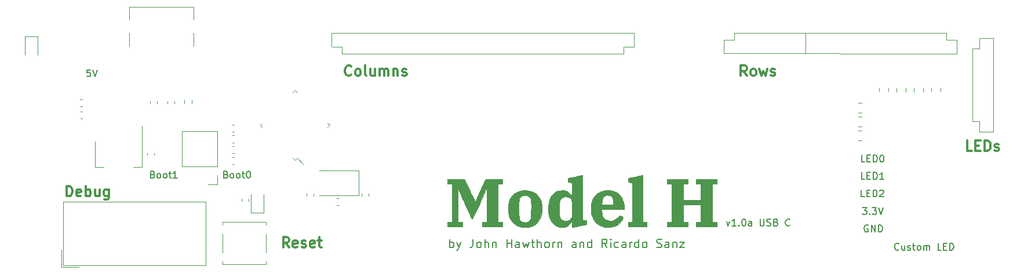
<source format=gbr>
G04 #@! TF.GenerationSoftware,KiCad,Pcbnew,(6.0.0-0)*
G04 #@! TF.CreationDate,2022-01-14T12:57:41+01:00*
G04 #@! TF.ProjectId,modelh,6d6f6465-6c68-42e6-9b69-6361645f7063,v0.1*
G04 #@! TF.SameCoordinates,Original*
G04 #@! TF.FileFunction,Legend,Top*
G04 #@! TF.FilePolarity,Positive*
%FSLAX46Y46*%
G04 Gerber Fmt 4.6, Leading zero omitted, Abs format (unit mm)*
G04 Created by KiCad (PCBNEW (6.0.0-0)) date 2022-01-14 12:57:41*
%MOMM*%
%LPD*%
G01*
G04 APERTURE LIST*
%ADD10C,0.150000*%
%ADD11C,0.200000*%
%ADD12C,0.300000*%
%ADD13C,0.120000*%
%ADD14C,0.010000*%
G04 APERTURE END LIST*
D10*
X171327142Y-77085714D02*
X171565238Y-77752380D01*
X171803333Y-77085714D01*
X172708095Y-77752380D02*
X172136666Y-77752380D01*
X172422380Y-77752380D02*
X172422380Y-76752380D01*
X172327142Y-76895238D01*
X172231904Y-76990476D01*
X172136666Y-77038095D01*
X173136666Y-77657142D02*
X173184285Y-77704761D01*
X173136666Y-77752380D01*
X173089047Y-77704761D01*
X173136666Y-77657142D01*
X173136666Y-77752380D01*
X173803333Y-76752380D02*
X173898571Y-76752380D01*
X173993809Y-76800000D01*
X174041428Y-76847619D01*
X174089047Y-76942857D01*
X174136666Y-77133333D01*
X174136666Y-77371428D01*
X174089047Y-77561904D01*
X174041428Y-77657142D01*
X173993809Y-77704761D01*
X173898571Y-77752380D01*
X173803333Y-77752380D01*
X173708095Y-77704761D01*
X173660476Y-77657142D01*
X173612857Y-77561904D01*
X173565238Y-77371428D01*
X173565238Y-77133333D01*
X173612857Y-76942857D01*
X173660476Y-76847619D01*
X173708095Y-76800000D01*
X173803333Y-76752380D01*
X174993809Y-77752380D02*
X174993809Y-77228571D01*
X174946190Y-77133333D01*
X174850952Y-77085714D01*
X174660476Y-77085714D01*
X174565238Y-77133333D01*
X174993809Y-77704761D02*
X174898571Y-77752380D01*
X174660476Y-77752380D01*
X174565238Y-77704761D01*
X174517619Y-77609523D01*
X174517619Y-77514285D01*
X174565238Y-77419047D01*
X174660476Y-77371428D01*
X174898571Y-77371428D01*
X174993809Y-77323809D01*
X176231904Y-76752380D02*
X176231904Y-77561904D01*
X176279523Y-77657142D01*
X176327142Y-77704761D01*
X176422380Y-77752380D01*
X176612857Y-77752380D01*
X176708095Y-77704761D01*
X176755714Y-77657142D01*
X176803333Y-77561904D01*
X176803333Y-76752380D01*
X177231904Y-77704761D02*
X177374761Y-77752380D01*
X177612857Y-77752380D01*
X177708095Y-77704761D01*
X177755714Y-77657142D01*
X177803333Y-77561904D01*
X177803333Y-77466666D01*
X177755714Y-77371428D01*
X177708095Y-77323809D01*
X177612857Y-77276190D01*
X177422380Y-77228571D01*
X177327142Y-77180952D01*
X177279523Y-77133333D01*
X177231904Y-77038095D01*
X177231904Y-76942857D01*
X177279523Y-76847619D01*
X177327142Y-76800000D01*
X177422380Y-76752380D01*
X177660476Y-76752380D01*
X177803333Y-76800000D01*
X178565238Y-77228571D02*
X178708095Y-77276190D01*
X178755714Y-77323809D01*
X178803333Y-77419047D01*
X178803333Y-77561904D01*
X178755714Y-77657142D01*
X178708095Y-77704761D01*
X178612857Y-77752380D01*
X178231904Y-77752380D01*
X178231904Y-76752380D01*
X178565238Y-76752380D01*
X178660476Y-76800000D01*
X178708095Y-76847619D01*
X178755714Y-76942857D01*
X178755714Y-77038095D01*
X178708095Y-77133333D01*
X178660476Y-77180952D01*
X178565238Y-77228571D01*
X178231904Y-77228571D01*
X180565238Y-77657142D02*
X180517619Y-77704761D01*
X180374761Y-77752380D01*
X180279523Y-77752380D01*
X180136666Y-77704761D01*
X180041428Y-77609523D01*
X179993809Y-77514285D01*
X179946190Y-77323809D01*
X179946190Y-77180952D01*
X179993809Y-76990476D01*
X180041428Y-76895238D01*
X180136666Y-76800000D01*
X180279523Y-76752380D01*
X180374761Y-76752380D01*
X180517619Y-76800000D01*
X180565238Y-76847619D01*
D11*
X130897619Y-80955476D02*
X130897619Y-79705476D01*
X130897619Y-80181666D02*
X131016666Y-80122142D01*
X131254761Y-80122142D01*
X131373809Y-80181666D01*
X131433333Y-80241190D01*
X131492857Y-80360238D01*
X131492857Y-80717380D01*
X131433333Y-80836428D01*
X131373809Y-80895952D01*
X131254761Y-80955476D01*
X131016666Y-80955476D01*
X130897619Y-80895952D01*
X131909523Y-80122142D02*
X132207142Y-80955476D01*
X132504761Y-80122142D02*
X132207142Y-80955476D01*
X132088095Y-81253095D01*
X132028571Y-81312619D01*
X131909523Y-81372142D01*
X134290476Y-79705476D02*
X134290476Y-80598333D01*
X134230952Y-80776904D01*
X134111904Y-80895952D01*
X133933333Y-80955476D01*
X133814285Y-80955476D01*
X135064285Y-80955476D02*
X134945238Y-80895952D01*
X134885714Y-80836428D01*
X134826190Y-80717380D01*
X134826190Y-80360238D01*
X134885714Y-80241190D01*
X134945238Y-80181666D01*
X135064285Y-80122142D01*
X135242857Y-80122142D01*
X135361904Y-80181666D01*
X135421428Y-80241190D01*
X135480952Y-80360238D01*
X135480952Y-80717380D01*
X135421428Y-80836428D01*
X135361904Y-80895952D01*
X135242857Y-80955476D01*
X135064285Y-80955476D01*
X136016666Y-80955476D02*
X136016666Y-79705476D01*
X136552380Y-80955476D02*
X136552380Y-80300714D01*
X136492857Y-80181666D01*
X136373809Y-80122142D01*
X136195238Y-80122142D01*
X136076190Y-80181666D01*
X136016666Y-80241190D01*
X137147619Y-80122142D02*
X137147619Y-80955476D01*
X137147619Y-80241190D02*
X137207142Y-80181666D01*
X137326190Y-80122142D01*
X137504761Y-80122142D01*
X137623809Y-80181666D01*
X137683333Y-80300714D01*
X137683333Y-80955476D01*
X139230952Y-80955476D02*
X139230952Y-79705476D01*
X139230952Y-80300714D02*
X139945238Y-80300714D01*
X139945238Y-80955476D02*
X139945238Y-79705476D01*
X141076190Y-80955476D02*
X141076190Y-80300714D01*
X141016666Y-80181666D01*
X140897619Y-80122142D01*
X140659523Y-80122142D01*
X140540476Y-80181666D01*
X141076190Y-80895952D02*
X140957142Y-80955476D01*
X140659523Y-80955476D01*
X140540476Y-80895952D01*
X140480952Y-80776904D01*
X140480952Y-80657857D01*
X140540476Y-80538809D01*
X140659523Y-80479285D01*
X140957142Y-80479285D01*
X141076190Y-80419761D01*
X141552380Y-80122142D02*
X141790476Y-80955476D01*
X142028571Y-80360238D01*
X142266666Y-80955476D01*
X142504761Y-80122142D01*
X142802380Y-80122142D02*
X143278571Y-80122142D01*
X142980952Y-79705476D02*
X142980952Y-80776904D01*
X143040476Y-80895952D01*
X143159523Y-80955476D01*
X143278571Y-80955476D01*
X143695238Y-80955476D02*
X143695238Y-79705476D01*
X144230952Y-80955476D02*
X144230952Y-80300714D01*
X144171428Y-80181666D01*
X144052380Y-80122142D01*
X143873809Y-80122142D01*
X143754761Y-80181666D01*
X143695238Y-80241190D01*
X145004761Y-80955476D02*
X144885714Y-80895952D01*
X144826190Y-80836428D01*
X144766666Y-80717380D01*
X144766666Y-80360238D01*
X144826190Y-80241190D01*
X144885714Y-80181666D01*
X145004761Y-80122142D01*
X145183333Y-80122142D01*
X145302380Y-80181666D01*
X145361904Y-80241190D01*
X145421428Y-80360238D01*
X145421428Y-80717380D01*
X145361904Y-80836428D01*
X145302380Y-80895952D01*
X145183333Y-80955476D01*
X145004761Y-80955476D01*
X145957142Y-80955476D02*
X145957142Y-80122142D01*
X145957142Y-80360238D02*
X146016666Y-80241190D01*
X146076190Y-80181666D01*
X146195238Y-80122142D01*
X146314285Y-80122142D01*
X146730952Y-80122142D02*
X146730952Y-80955476D01*
X146730952Y-80241190D02*
X146790476Y-80181666D01*
X146909523Y-80122142D01*
X147088095Y-80122142D01*
X147207142Y-80181666D01*
X147266666Y-80300714D01*
X147266666Y-80955476D01*
X149350000Y-80955476D02*
X149350000Y-80300714D01*
X149290476Y-80181666D01*
X149171428Y-80122142D01*
X148933333Y-80122142D01*
X148814285Y-80181666D01*
X149350000Y-80895952D02*
X149230952Y-80955476D01*
X148933333Y-80955476D01*
X148814285Y-80895952D01*
X148754761Y-80776904D01*
X148754761Y-80657857D01*
X148814285Y-80538809D01*
X148933333Y-80479285D01*
X149230952Y-80479285D01*
X149350000Y-80419761D01*
X149945238Y-80122142D02*
X149945238Y-80955476D01*
X149945238Y-80241190D02*
X150004761Y-80181666D01*
X150123809Y-80122142D01*
X150302380Y-80122142D01*
X150421428Y-80181666D01*
X150480952Y-80300714D01*
X150480952Y-80955476D01*
X151611904Y-80955476D02*
X151611904Y-79705476D01*
X151611904Y-80895952D02*
X151492857Y-80955476D01*
X151254761Y-80955476D01*
X151135714Y-80895952D01*
X151076190Y-80836428D01*
X151016666Y-80717380D01*
X151016666Y-80360238D01*
X151076190Y-80241190D01*
X151135714Y-80181666D01*
X151254761Y-80122142D01*
X151492857Y-80122142D01*
X151611904Y-80181666D01*
X153873809Y-80955476D02*
X153457142Y-80360238D01*
X153159523Y-80955476D02*
X153159523Y-79705476D01*
X153635714Y-79705476D01*
X153754761Y-79765000D01*
X153814285Y-79824523D01*
X153873809Y-79943571D01*
X153873809Y-80122142D01*
X153814285Y-80241190D01*
X153754761Y-80300714D01*
X153635714Y-80360238D01*
X153159523Y-80360238D01*
X154409523Y-80955476D02*
X154409523Y-80122142D01*
X154409523Y-79705476D02*
X154350000Y-79765000D01*
X154409523Y-79824523D01*
X154469047Y-79765000D01*
X154409523Y-79705476D01*
X154409523Y-79824523D01*
X155540476Y-80895952D02*
X155421428Y-80955476D01*
X155183333Y-80955476D01*
X155064285Y-80895952D01*
X155004761Y-80836428D01*
X154945238Y-80717380D01*
X154945238Y-80360238D01*
X155004761Y-80241190D01*
X155064285Y-80181666D01*
X155183333Y-80122142D01*
X155421428Y-80122142D01*
X155540476Y-80181666D01*
X156611904Y-80955476D02*
X156611904Y-80300714D01*
X156552380Y-80181666D01*
X156433333Y-80122142D01*
X156195238Y-80122142D01*
X156076190Y-80181666D01*
X156611904Y-80895952D02*
X156492857Y-80955476D01*
X156195238Y-80955476D01*
X156076190Y-80895952D01*
X156016666Y-80776904D01*
X156016666Y-80657857D01*
X156076190Y-80538809D01*
X156195238Y-80479285D01*
X156492857Y-80479285D01*
X156611904Y-80419761D01*
X157207142Y-80955476D02*
X157207142Y-80122142D01*
X157207142Y-80360238D02*
X157266666Y-80241190D01*
X157326190Y-80181666D01*
X157445238Y-80122142D01*
X157564285Y-80122142D01*
X158516666Y-80955476D02*
X158516666Y-79705476D01*
X158516666Y-80895952D02*
X158397619Y-80955476D01*
X158159523Y-80955476D01*
X158040476Y-80895952D01*
X157980952Y-80836428D01*
X157921428Y-80717380D01*
X157921428Y-80360238D01*
X157980952Y-80241190D01*
X158040476Y-80181666D01*
X158159523Y-80122142D01*
X158397619Y-80122142D01*
X158516666Y-80181666D01*
X159290476Y-80955476D02*
X159171428Y-80895952D01*
X159111904Y-80836428D01*
X159052380Y-80717380D01*
X159052380Y-80360238D01*
X159111904Y-80241190D01*
X159171428Y-80181666D01*
X159290476Y-80122142D01*
X159469047Y-80122142D01*
X159588095Y-80181666D01*
X159647619Y-80241190D01*
X159707142Y-80360238D01*
X159707142Y-80717380D01*
X159647619Y-80836428D01*
X159588095Y-80895952D01*
X159469047Y-80955476D01*
X159290476Y-80955476D01*
X161135714Y-80895952D02*
X161314285Y-80955476D01*
X161611904Y-80955476D01*
X161730952Y-80895952D01*
X161790476Y-80836428D01*
X161850000Y-80717380D01*
X161850000Y-80598333D01*
X161790476Y-80479285D01*
X161730952Y-80419761D01*
X161611904Y-80360238D01*
X161373809Y-80300714D01*
X161254761Y-80241190D01*
X161195238Y-80181666D01*
X161135714Y-80062619D01*
X161135714Y-79943571D01*
X161195238Y-79824523D01*
X161254761Y-79765000D01*
X161373809Y-79705476D01*
X161671428Y-79705476D01*
X161850000Y-79765000D01*
X162921428Y-80955476D02*
X162921428Y-80300714D01*
X162861904Y-80181666D01*
X162742857Y-80122142D01*
X162504761Y-80122142D01*
X162385714Y-80181666D01*
X162921428Y-80895952D02*
X162802380Y-80955476D01*
X162504761Y-80955476D01*
X162385714Y-80895952D01*
X162326190Y-80776904D01*
X162326190Y-80657857D01*
X162385714Y-80538809D01*
X162504761Y-80479285D01*
X162802380Y-80479285D01*
X162921428Y-80419761D01*
X163516666Y-80122142D02*
X163516666Y-80955476D01*
X163516666Y-80241190D02*
X163576190Y-80181666D01*
X163695238Y-80122142D01*
X163873809Y-80122142D01*
X163992857Y-80181666D01*
X164052380Y-80300714D01*
X164052380Y-80955476D01*
X164528571Y-80122142D02*
X165183333Y-80122142D01*
X164528571Y-80955476D01*
X165183333Y-80955476D01*
D12*
X174279285Y-55778571D02*
X173779285Y-55064285D01*
X173422142Y-55778571D02*
X173422142Y-54278571D01*
X173993571Y-54278571D01*
X174136428Y-54350000D01*
X174207857Y-54421428D01*
X174279285Y-54564285D01*
X174279285Y-54778571D01*
X174207857Y-54921428D01*
X174136428Y-54992857D01*
X173993571Y-55064285D01*
X173422142Y-55064285D01*
X175136428Y-55778571D02*
X174993571Y-55707142D01*
X174922142Y-55635714D01*
X174850714Y-55492857D01*
X174850714Y-55064285D01*
X174922142Y-54921428D01*
X174993571Y-54850000D01*
X175136428Y-54778571D01*
X175350714Y-54778571D01*
X175493571Y-54850000D01*
X175565000Y-54921428D01*
X175636428Y-55064285D01*
X175636428Y-55492857D01*
X175565000Y-55635714D01*
X175493571Y-55707142D01*
X175350714Y-55778571D01*
X175136428Y-55778571D01*
X176136428Y-54778571D02*
X176422142Y-55778571D01*
X176707857Y-55064285D01*
X176993571Y-55778571D01*
X177279285Y-54778571D01*
X177779285Y-55707142D02*
X177922142Y-55778571D01*
X178207857Y-55778571D01*
X178350714Y-55707142D01*
X178422142Y-55564285D01*
X178422142Y-55492857D01*
X178350714Y-55350000D01*
X178207857Y-55278571D01*
X177993571Y-55278571D01*
X177850714Y-55207142D01*
X177779285Y-55064285D01*
X177779285Y-54992857D01*
X177850714Y-54850000D01*
X177993571Y-54778571D01*
X178207857Y-54778571D01*
X178350714Y-54850000D01*
D10*
X191550952Y-70942380D02*
X191074761Y-70942380D01*
X191074761Y-69942380D01*
X191884285Y-70418571D02*
X192217619Y-70418571D01*
X192360476Y-70942380D02*
X191884285Y-70942380D01*
X191884285Y-69942380D01*
X192360476Y-69942380D01*
X192789047Y-70942380D02*
X192789047Y-69942380D01*
X193027142Y-69942380D01*
X193170000Y-69990000D01*
X193265238Y-70085238D01*
X193312857Y-70180476D01*
X193360476Y-70370952D01*
X193360476Y-70513809D01*
X193312857Y-70704285D01*
X193265238Y-70799523D01*
X193170000Y-70894761D01*
X193027142Y-70942380D01*
X192789047Y-70942380D01*
X194312857Y-70942380D02*
X193741428Y-70942380D01*
X194027142Y-70942380D02*
X194027142Y-69942380D01*
X193931904Y-70085238D01*
X193836666Y-70180476D01*
X193741428Y-70228095D01*
X191500952Y-73492380D02*
X191024761Y-73492380D01*
X191024761Y-72492380D01*
X191834285Y-72968571D02*
X192167619Y-72968571D01*
X192310476Y-73492380D02*
X191834285Y-73492380D01*
X191834285Y-72492380D01*
X192310476Y-72492380D01*
X192739047Y-73492380D02*
X192739047Y-72492380D01*
X192977142Y-72492380D01*
X193120000Y-72540000D01*
X193215238Y-72635238D01*
X193262857Y-72730476D01*
X193310476Y-72920952D01*
X193310476Y-73063809D01*
X193262857Y-73254285D01*
X193215238Y-73349523D01*
X193120000Y-73444761D01*
X192977142Y-73492380D01*
X192739047Y-73492380D01*
X193691428Y-72587619D02*
X193739047Y-72540000D01*
X193834285Y-72492380D01*
X194072380Y-72492380D01*
X194167619Y-72540000D01*
X194215238Y-72587619D01*
X194262857Y-72682857D01*
X194262857Y-72778095D01*
X194215238Y-72920952D01*
X193643809Y-73492380D01*
X194262857Y-73492380D01*
X191193809Y-75092380D02*
X191812857Y-75092380D01*
X191479523Y-75473333D01*
X191622380Y-75473333D01*
X191717619Y-75520952D01*
X191765238Y-75568571D01*
X191812857Y-75663809D01*
X191812857Y-75901904D01*
X191765238Y-75997142D01*
X191717619Y-76044761D01*
X191622380Y-76092380D01*
X191336666Y-76092380D01*
X191241428Y-76044761D01*
X191193809Y-75997142D01*
X192241428Y-75997142D02*
X192289047Y-76044761D01*
X192241428Y-76092380D01*
X192193809Y-76044761D01*
X192241428Y-75997142D01*
X192241428Y-76092380D01*
X192622380Y-75092380D02*
X193241428Y-75092380D01*
X192908095Y-75473333D01*
X193050952Y-75473333D01*
X193146190Y-75520952D01*
X193193809Y-75568571D01*
X193241428Y-75663809D01*
X193241428Y-75901904D01*
X193193809Y-75997142D01*
X193146190Y-76044761D01*
X193050952Y-76092380D01*
X192765238Y-76092380D01*
X192670000Y-76044761D01*
X192622380Y-75997142D01*
X193527142Y-75092380D02*
X193860476Y-76092380D01*
X194193809Y-75092380D01*
X192008095Y-77690000D02*
X191912857Y-77642380D01*
X191770000Y-77642380D01*
X191627142Y-77690000D01*
X191531904Y-77785238D01*
X191484285Y-77880476D01*
X191436666Y-78070952D01*
X191436666Y-78213809D01*
X191484285Y-78404285D01*
X191531904Y-78499523D01*
X191627142Y-78594761D01*
X191770000Y-78642380D01*
X191865238Y-78642380D01*
X192008095Y-78594761D01*
X192055714Y-78547142D01*
X192055714Y-78213809D01*
X191865238Y-78213809D01*
X192484285Y-78642380D02*
X192484285Y-77642380D01*
X193055714Y-78642380D01*
X193055714Y-77642380D01*
X193531904Y-78642380D02*
X193531904Y-77642380D01*
X193770000Y-77642380D01*
X193912857Y-77690000D01*
X194008095Y-77785238D01*
X194055714Y-77880476D01*
X194103333Y-78070952D01*
X194103333Y-78213809D01*
X194055714Y-78404285D01*
X194008095Y-78499523D01*
X193912857Y-78594761D01*
X193770000Y-78642380D01*
X193531904Y-78642380D01*
X98204761Y-70228571D02*
X98347619Y-70276190D01*
X98395238Y-70323809D01*
X98442857Y-70419047D01*
X98442857Y-70561904D01*
X98395238Y-70657142D01*
X98347619Y-70704761D01*
X98252380Y-70752380D01*
X97871428Y-70752380D01*
X97871428Y-69752380D01*
X98204761Y-69752380D01*
X98300000Y-69800000D01*
X98347619Y-69847619D01*
X98395238Y-69942857D01*
X98395238Y-70038095D01*
X98347619Y-70133333D01*
X98300000Y-70180952D01*
X98204761Y-70228571D01*
X97871428Y-70228571D01*
X99014285Y-70752380D02*
X98919047Y-70704761D01*
X98871428Y-70657142D01*
X98823809Y-70561904D01*
X98823809Y-70276190D01*
X98871428Y-70180952D01*
X98919047Y-70133333D01*
X99014285Y-70085714D01*
X99157142Y-70085714D01*
X99252380Y-70133333D01*
X99300000Y-70180952D01*
X99347619Y-70276190D01*
X99347619Y-70561904D01*
X99300000Y-70657142D01*
X99252380Y-70704761D01*
X99157142Y-70752380D01*
X99014285Y-70752380D01*
X99919047Y-70752380D02*
X99823809Y-70704761D01*
X99776190Y-70657142D01*
X99728571Y-70561904D01*
X99728571Y-70276190D01*
X99776190Y-70180952D01*
X99823809Y-70133333D01*
X99919047Y-70085714D01*
X100061904Y-70085714D01*
X100157142Y-70133333D01*
X100204761Y-70180952D01*
X100252380Y-70276190D01*
X100252380Y-70561904D01*
X100204761Y-70657142D01*
X100157142Y-70704761D01*
X100061904Y-70752380D01*
X99919047Y-70752380D01*
X100538095Y-70085714D02*
X100919047Y-70085714D01*
X100680952Y-69752380D02*
X100680952Y-70609523D01*
X100728571Y-70704761D01*
X100823809Y-70752380D01*
X100919047Y-70752380D01*
X101442857Y-69752380D02*
X101538095Y-69752380D01*
X101633333Y-69800000D01*
X101680952Y-69847619D01*
X101728571Y-69942857D01*
X101776190Y-70133333D01*
X101776190Y-70371428D01*
X101728571Y-70561904D01*
X101680952Y-70657142D01*
X101633333Y-70704761D01*
X101538095Y-70752380D01*
X101442857Y-70752380D01*
X101347619Y-70704761D01*
X101300000Y-70657142D01*
X101252380Y-70561904D01*
X101204761Y-70371428D01*
X101204761Y-70133333D01*
X101252380Y-69942857D01*
X101300000Y-69847619D01*
X101347619Y-69800000D01*
X101442857Y-69752380D01*
X78379523Y-54892380D02*
X77903333Y-54892380D01*
X77855714Y-55368571D01*
X77903333Y-55320952D01*
X77998571Y-55273333D01*
X78236666Y-55273333D01*
X78331904Y-55320952D01*
X78379523Y-55368571D01*
X78427142Y-55463809D01*
X78427142Y-55701904D01*
X78379523Y-55797142D01*
X78331904Y-55844761D01*
X78236666Y-55892380D01*
X77998571Y-55892380D01*
X77903333Y-55844761D01*
X77855714Y-55797142D01*
X78712857Y-54892380D02*
X79046190Y-55892380D01*
X79379523Y-54892380D01*
X196507023Y-81207142D02*
X196459404Y-81254761D01*
X196316547Y-81302380D01*
X196221309Y-81302380D01*
X196078452Y-81254761D01*
X195983214Y-81159523D01*
X195935595Y-81064285D01*
X195887976Y-80873809D01*
X195887976Y-80730952D01*
X195935595Y-80540476D01*
X195983214Y-80445238D01*
X196078452Y-80350000D01*
X196221309Y-80302380D01*
X196316547Y-80302380D01*
X196459404Y-80350000D01*
X196507023Y-80397619D01*
X197364166Y-80635714D02*
X197364166Y-81302380D01*
X196935595Y-80635714D02*
X196935595Y-81159523D01*
X196983214Y-81254761D01*
X197078452Y-81302380D01*
X197221309Y-81302380D01*
X197316547Y-81254761D01*
X197364166Y-81207142D01*
X197792738Y-81254761D02*
X197887976Y-81302380D01*
X198078452Y-81302380D01*
X198173690Y-81254761D01*
X198221309Y-81159523D01*
X198221309Y-81111904D01*
X198173690Y-81016666D01*
X198078452Y-80969047D01*
X197935595Y-80969047D01*
X197840357Y-80921428D01*
X197792738Y-80826190D01*
X197792738Y-80778571D01*
X197840357Y-80683333D01*
X197935595Y-80635714D01*
X198078452Y-80635714D01*
X198173690Y-80683333D01*
X198507023Y-80635714D02*
X198887976Y-80635714D01*
X198649880Y-80302380D02*
X198649880Y-81159523D01*
X198697500Y-81254761D01*
X198792738Y-81302380D01*
X198887976Y-81302380D01*
X199364166Y-81302380D02*
X199268928Y-81254761D01*
X199221309Y-81207142D01*
X199173690Y-81111904D01*
X199173690Y-80826190D01*
X199221309Y-80730952D01*
X199268928Y-80683333D01*
X199364166Y-80635714D01*
X199507023Y-80635714D01*
X199602261Y-80683333D01*
X199649880Y-80730952D01*
X199697500Y-80826190D01*
X199697500Y-81111904D01*
X199649880Y-81207142D01*
X199602261Y-81254761D01*
X199507023Y-81302380D01*
X199364166Y-81302380D01*
X200126071Y-81302380D02*
X200126071Y-80635714D01*
X200126071Y-80730952D02*
X200173690Y-80683333D01*
X200268928Y-80635714D01*
X200411785Y-80635714D01*
X200507023Y-80683333D01*
X200554642Y-80778571D01*
X200554642Y-81302380D01*
X200554642Y-80778571D02*
X200602261Y-80683333D01*
X200697500Y-80635714D01*
X200840357Y-80635714D01*
X200935595Y-80683333D01*
X200983214Y-80778571D01*
X200983214Y-81302380D01*
X202697500Y-81302380D02*
X202221309Y-81302380D01*
X202221309Y-80302380D01*
X203030833Y-80778571D02*
X203364166Y-80778571D01*
X203507023Y-81302380D02*
X203030833Y-81302380D01*
X203030833Y-80302380D01*
X203507023Y-80302380D01*
X203935595Y-81302380D02*
X203935595Y-80302380D01*
X204173690Y-80302380D01*
X204316547Y-80350000D01*
X204411785Y-80445238D01*
X204459404Y-80540476D01*
X204507023Y-80730952D01*
X204507023Y-80873809D01*
X204459404Y-81064285D01*
X204411785Y-81159523D01*
X204316547Y-81254761D01*
X204173690Y-81302380D01*
X203935595Y-81302380D01*
D12*
X74922142Y-73418571D02*
X74922142Y-71918571D01*
X75279285Y-71918571D01*
X75493571Y-71990000D01*
X75636428Y-72132857D01*
X75707857Y-72275714D01*
X75779285Y-72561428D01*
X75779285Y-72775714D01*
X75707857Y-73061428D01*
X75636428Y-73204285D01*
X75493571Y-73347142D01*
X75279285Y-73418571D01*
X74922142Y-73418571D01*
X76993571Y-73347142D02*
X76850714Y-73418571D01*
X76565000Y-73418571D01*
X76422142Y-73347142D01*
X76350714Y-73204285D01*
X76350714Y-72632857D01*
X76422142Y-72490000D01*
X76565000Y-72418571D01*
X76850714Y-72418571D01*
X76993571Y-72490000D01*
X77065000Y-72632857D01*
X77065000Y-72775714D01*
X76350714Y-72918571D01*
X77707857Y-73418571D02*
X77707857Y-71918571D01*
X77707857Y-72490000D02*
X77850714Y-72418571D01*
X78136428Y-72418571D01*
X78279285Y-72490000D01*
X78350714Y-72561428D01*
X78422142Y-72704285D01*
X78422142Y-73132857D01*
X78350714Y-73275714D01*
X78279285Y-73347142D01*
X78136428Y-73418571D01*
X77850714Y-73418571D01*
X77707857Y-73347142D01*
X79707857Y-72418571D02*
X79707857Y-73418571D01*
X79065000Y-72418571D02*
X79065000Y-73204285D01*
X79136428Y-73347142D01*
X79279285Y-73418571D01*
X79493571Y-73418571D01*
X79636428Y-73347142D01*
X79707857Y-73275714D01*
X81065000Y-72418571D02*
X81065000Y-73632857D01*
X80993571Y-73775714D01*
X80922142Y-73847142D01*
X80779285Y-73918571D01*
X80565000Y-73918571D01*
X80422142Y-73847142D01*
X81065000Y-73347142D02*
X80922142Y-73418571D01*
X80636428Y-73418571D01*
X80493571Y-73347142D01*
X80422142Y-73275714D01*
X80350714Y-73132857D01*
X80350714Y-72704285D01*
X80422142Y-72561428D01*
X80493571Y-72490000D01*
X80636428Y-72418571D01*
X80922142Y-72418571D01*
X81065000Y-72490000D01*
D10*
X87504761Y-70228571D02*
X87647619Y-70276190D01*
X87695238Y-70323809D01*
X87742857Y-70419047D01*
X87742857Y-70561904D01*
X87695238Y-70657142D01*
X87647619Y-70704761D01*
X87552380Y-70752380D01*
X87171428Y-70752380D01*
X87171428Y-69752380D01*
X87504761Y-69752380D01*
X87600000Y-69800000D01*
X87647619Y-69847619D01*
X87695238Y-69942857D01*
X87695238Y-70038095D01*
X87647619Y-70133333D01*
X87600000Y-70180952D01*
X87504761Y-70228571D01*
X87171428Y-70228571D01*
X88314285Y-70752380D02*
X88219047Y-70704761D01*
X88171428Y-70657142D01*
X88123809Y-70561904D01*
X88123809Y-70276190D01*
X88171428Y-70180952D01*
X88219047Y-70133333D01*
X88314285Y-70085714D01*
X88457142Y-70085714D01*
X88552380Y-70133333D01*
X88600000Y-70180952D01*
X88647619Y-70276190D01*
X88647619Y-70561904D01*
X88600000Y-70657142D01*
X88552380Y-70704761D01*
X88457142Y-70752380D01*
X88314285Y-70752380D01*
X89219047Y-70752380D02*
X89123809Y-70704761D01*
X89076190Y-70657142D01*
X89028571Y-70561904D01*
X89028571Y-70276190D01*
X89076190Y-70180952D01*
X89123809Y-70133333D01*
X89219047Y-70085714D01*
X89361904Y-70085714D01*
X89457142Y-70133333D01*
X89504761Y-70180952D01*
X89552380Y-70276190D01*
X89552380Y-70561904D01*
X89504761Y-70657142D01*
X89457142Y-70704761D01*
X89361904Y-70752380D01*
X89219047Y-70752380D01*
X89838095Y-70085714D02*
X90219047Y-70085714D01*
X89980952Y-69752380D02*
X89980952Y-70609523D01*
X90028571Y-70704761D01*
X90123809Y-70752380D01*
X90219047Y-70752380D01*
X91076190Y-70752380D02*
X90504761Y-70752380D01*
X90790476Y-70752380D02*
X90790476Y-69752380D01*
X90695238Y-69895238D01*
X90600000Y-69990476D01*
X90504761Y-70038095D01*
D12*
X107409285Y-80928571D02*
X106909285Y-80214285D01*
X106552142Y-80928571D02*
X106552142Y-79428571D01*
X107123571Y-79428571D01*
X107266428Y-79500000D01*
X107337857Y-79571428D01*
X107409285Y-79714285D01*
X107409285Y-79928571D01*
X107337857Y-80071428D01*
X107266428Y-80142857D01*
X107123571Y-80214285D01*
X106552142Y-80214285D01*
X108623571Y-80857142D02*
X108480714Y-80928571D01*
X108195000Y-80928571D01*
X108052142Y-80857142D01*
X107980714Y-80714285D01*
X107980714Y-80142857D01*
X108052142Y-80000000D01*
X108195000Y-79928571D01*
X108480714Y-79928571D01*
X108623571Y-80000000D01*
X108695000Y-80142857D01*
X108695000Y-80285714D01*
X107980714Y-80428571D01*
X109266428Y-80857142D02*
X109409285Y-80928571D01*
X109695000Y-80928571D01*
X109837857Y-80857142D01*
X109909285Y-80714285D01*
X109909285Y-80642857D01*
X109837857Y-80500000D01*
X109695000Y-80428571D01*
X109480714Y-80428571D01*
X109337857Y-80357142D01*
X109266428Y-80214285D01*
X109266428Y-80142857D01*
X109337857Y-80000000D01*
X109480714Y-79928571D01*
X109695000Y-79928571D01*
X109837857Y-80000000D01*
X111123571Y-80857142D02*
X110980714Y-80928571D01*
X110695000Y-80928571D01*
X110552142Y-80857142D01*
X110480714Y-80714285D01*
X110480714Y-80142857D01*
X110552142Y-80000000D01*
X110695000Y-79928571D01*
X110980714Y-79928571D01*
X111123571Y-80000000D01*
X111195000Y-80142857D01*
X111195000Y-80285714D01*
X110480714Y-80428571D01*
X111623571Y-79928571D02*
X112195000Y-79928571D01*
X111837857Y-79428571D02*
X111837857Y-80714285D01*
X111909285Y-80857142D01*
X112052142Y-80928571D01*
X112195000Y-80928571D01*
X116509285Y-55635714D02*
X116437857Y-55707142D01*
X116223571Y-55778571D01*
X116080714Y-55778571D01*
X115866428Y-55707142D01*
X115723571Y-55564285D01*
X115652142Y-55421428D01*
X115580714Y-55135714D01*
X115580714Y-54921428D01*
X115652142Y-54635714D01*
X115723571Y-54492857D01*
X115866428Y-54350000D01*
X116080714Y-54278571D01*
X116223571Y-54278571D01*
X116437857Y-54350000D01*
X116509285Y-54421428D01*
X117366428Y-55778571D02*
X117223571Y-55707142D01*
X117152142Y-55635714D01*
X117080714Y-55492857D01*
X117080714Y-55064285D01*
X117152142Y-54921428D01*
X117223571Y-54850000D01*
X117366428Y-54778571D01*
X117580714Y-54778571D01*
X117723571Y-54850000D01*
X117795000Y-54921428D01*
X117866428Y-55064285D01*
X117866428Y-55492857D01*
X117795000Y-55635714D01*
X117723571Y-55707142D01*
X117580714Y-55778571D01*
X117366428Y-55778571D01*
X118723571Y-55778571D02*
X118580714Y-55707142D01*
X118509285Y-55564285D01*
X118509285Y-54278571D01*
X119937857Y-54778571D02*
X119937857Y-55778571D01*
X119295000Y-54778571D02*
X119295000Y-55564285D01*
X119366428Y-55707142D01*
X119509285Y-55778571D01*
X119723571Y-55778571D01*
X119866428Y-55707142D01*
X119937857Y-55635714D01*
X120652142Y-55778571D02*
X120652142Y-54778571D01*
X120652142Y-54921428D02*
X120723571Y-54850000D01*
X120866428Y-54778571D01*
X121080714Y-54778571D01*
X121223571Y-54850000D01*
X121295000Y-54992857D01*
X121295000Y-55778571D01*
X121295000Y-54992857D02*
X121366428Y-54850000D01*
X121509285Y-54778571D01*
X121723571Y-54778571D01*
X121866428Y-54850000D01*
X121937857Y-54992857D01*
X121937857Y-55778571D01*
X122652142Y-54778571D02*
X122652142Y-55778571D01*
X122652142Y-54921428D02*
X122723571Y-54850000D01*
X122866428Y-54778571D01*
X123080714Y-54778571D01*
X123223571Y-54850000D01*
X123295000Y-54992857D01*
X123295000Y-55778571D01*
X123937857Y-55707142D02*
X124080714Y-55778571D01*
X124366428Y-55778571D01*
X124509285Y-55707142D01*
X124580714Y-55564285D01*
X124580714Y-55492857D01*
X124509285Y-55350000D01*
X124366428Y-55278571D01*
X124152142Y-55278571D01*
X124009285Y-55207142D01*
X123937857Y-55064285D01*
X123937857Y-54992857D01*
X124009285Y-54850000D01*
X124152142Y-54778571D01*
X124366428Y-54778571D01*
X124509285Y-54850000D01*
D10*
X191550952Y-68392380D02*
X191074761Y-68392380D01*
X191074761Y-67392380D01*
X191884285Y-67868571D02*
X192217619Y-67868571D01*
X192360476Y-68392380D02*
X191884285Y-68392380D01*
X191884285Y-67392380D01*
X192360476Y-67392380D01*
X192789047Y-68392380D02*
X192789047Y-67392380D01*
X193027142Y-67392380D01*
X193170000Y-67440000D01*
X193265238Y-67535238D01*
X193312857Y-67630476D01*
X193360476Y-67820952D01*
X193360476Y-67963809D01*
X193312857Y-68154285D01*
X193265238Y-68249523D01*
X193170000Y-68344761D01*
X193027142Y-68392380D01*
X192789047Y-68392380D01*
X193979523Y-67392380D02*
X194074761Y-67392380D01*
X194170000Y-67440000D01*
X194217619Y-67487619D01*
X194265238Y-67582857D01*
X194312857Y-67773333D01*
X194312857Y-68011428D01*
X194265238Y-68201904D01*
X194217619Y-68297142D01*
X194170000Y-68344761D01*
X194074761Y-68392380D01*
X193979523Y-68392380D01*
X193884285Y-68344761D01*
X193836666Y-68297142D01*
X193789047Y-68201904D01*
X193741428Y-68011428D01*
X193741428Y-67773333D01*
X193789047Y-67582857D01*
X193836666Y-67487619D01*
X193884285Y-67440000D01*
X193979523Y-67392380D01*
D12*
X207198571Y-66768571D02*
X206484285Y-66768571D01*
X206484285Y-65268571D01*
X207698571Y-65982857D02*
X208198571Y-65982857D01*
X208412857Y-66768571D02*
X207698571Y-66768571D01*
X207698571Y-65268571D01*
X208412857Y-65268571D01*
X209055714Y-66768571D02*
X209055714Y-65268571D01*
X209412857Y-65268571D01*
X209627142Y-65340000D01*
X209770000Y-65482857D01*
X209841428Y-65625714D01*
X209912857Y-65911428D01*
X209912857Y-66125714D01*
X209841428Y-66411428D01*
X209770000Y-66554285D01*
X209627142Y-66697142D01*
X209412857Y-66768571D01*
X209055714Y-66768571D01*
X210484285Y-66697142D02*
X210627142Y-66768571D01*
X210912857Y-66768571D01*
X211055714Y-66697142D01*
X211127142Y-66554285D01*
X211127142Y-66482857D01*
X211055714Y-66340000D01*
X210912857Y-66268571D01*
X210698571Y-66268571D01*
X210555714Y-66197142D01*
X210484285Y-66054285D01*
X210484285Y-65982857D01*
X210555714Y-65840000D01*
X210698571Y-65768571D01*
X210912857Y-65768571D01*
X211055714Y-65840000D01*
D13*
X84070000Y-51490000D02*
X84070000Y-49490000D01*
X93470000Y-51490000D02*
X93470000Y-49490000D01*
X93470000Y-47590000D02*
X93470000Y-45690000D01*
X84070000Y-47590000D02*
X84070000Y-45690000D01*
X93470000Y-45690000D02*
X84070000Y-45690000D01*
X208234000Y-51776000D02*
X207234000Y-51776000D01*
X210274000Y-50252000D02*
X210274000Y-63968000D01*
X207250000Y-62444000D02*
X207234000Y-51776000D01*
X208242000Y-50252000D02*
X208242000Y-51764000D01*
X208242000Y-63968000D02*
X208242000Y-62444000D01*
X208242000Y-62444000D02*
X207250000Y-62444000D01*
X208242000Y-50252000D02*
X210274000Y-50252000D01*
X210274000Y-63968000D02*
X208242000Y-63968000D01*
X89660000Y-59527221D02*
X89660000Y-59852779D01*
X90680000Y-59527221D02*
X90680000Y-59852779D01*
X87680000Y-67402779D02*
X87680000Y-67077221D01*
X86660000Y-67402779D02*
X86660000Y-67077221D01*
X79110000Y-65390000D02*
X79110000Y-69150000D01*
X79110000Y-69150000D02*
X80370000Y-69150000D01*
X85930000Y-69150000D02*
X84670000Y-69150000D01*
X85930000Y-63140000D02*
X85930000Y-69150000D01*
X88140000Y-59527221D02*
X88140000Y-59852779D01*
X87120000Y-59527221D02*
X87120000Y-59852779D01*
X99107221Y-66130000D02*
X99432779Y-66130000D01*
X99107221Y-67150000D02*
X99432779Y-67150000D01*
X99432779Y-65550000D02*
X99107221Y-65550000D01*
X99432779Y-64530000D02*
X99107221Y-64530000D01*
X95280000Y-83545000D02*
X74420000Y-83545000D01*
X95280000Y-74195000D02*
X95280000Y-83545000D01*
X74170000Y-83795000D02*
X76710000Y-83795000D01*
X74170000Y-83795000D02*
X74170000Y-81255000D01*
X74420000Y-83545000D02*
X74420000Y-74195000D01*
X74420000Y-74195000D02*
X95280000Y-74195000D01*
X119030000Y-73077221D02*
X119030000Y-73402779D01*
X118010000Y-73077221D02*
X118010000Y-73402779D01*
X114682779Y-74750000D02*
X114357221Y-74750000D01*
X114682779Y-73730000D02*
X114357221Y-73730000D01*
X104020000Y-78940000D02*
X104020000Y-81640000D01*
X97720000Y-83390000D02*
X97720000Y-82940000D01*
X104020000Y-82940000D02*
X104020000Y-83390000D01*
X104020000Y-77190000D02*
X97720000Y-77190000D01*
X104020000Y-83390000D02*
X97720000Y-83390000D01*
X97720000Y-81640000D02*
X97720000Y-78940000D01*
X104020000Y-77640000D02*
X104020000Y-77190000D01*
X97720000Y-77190000D02*
X97720000Y-77590000D01*
X96940000Y-63930000D02*
X91740000Y-63930000D01*
X96940000Y-69070000D02*
X91740000Y-69070000D01*
X96940000Y-71670000D02*
X95610000Y-71670000D01*
X96940000Y-70340000D02*
X96940000Y-71670000D01*
X91740000Y-69070000D02*
X91740000Y-63930000D01*
X96940000Y-69070000D02*
X96940000Y-63930000D01*
X108270000Y-57884689D02*
X107951802Y-58202887D01*
X113057113Y-62671802D02*
X113375311Y-62990000D01*
X103164689Y-62990000D02*
X103482887Y-62671802D01*
X108588198Y-67777113D02*
X109500366Y-68689281D01*
X103482887Y-63308198D02*
X103164689Y-62990000D01*
X113375311Y-62990000D02*
X113057113Y-63308198D01*
X108588198Y-58202887D02*
X108270000Y-57884689D01*
X107951802Y-67777113D02*
X108270000Y-68095311D01*
X108270000Y-68095311D02*
X108588198Y-67777113D01*
X110010000Y-73077221D02*
X110010000Y-73402779D01*
X111030000Y-73077221D02*
X111030000Y-73402779D01*
X117570000Y-69690000D02*
X111820000Y-69690000D01*
X117570000Y-73290000D02*
X117570000Y-69690000D01*
X111820000Y-73290000D02*
X117570000Y-73290000D01*
X103730000Y-75825000D02*
X103730000Y-73140000D01*
X101810000Y-73140000D02*
X101810000Y-75825000D01*
X101810000Y-75825000D02*
X103730000Y-75825000D01*
X101480000Y-73777221D02*
X101480000Y-74102779D01*
X100460000Y-73777221D02*
X100460000Y-74102779D01*
X99432779Y-68750000D02*
X99107221Y-68750000D01*
X99432779Y-67730000D02*
X99107221Y-67730000D01*
X99432779Y-62930000D02*
X99107221Y-62930000D01*
X99432779Y-63950000D02*
X99107221Y-63950000D01*
X170942000Y-52500000D02*
X170942000Y-50492000D01*
X204978000Y-52524000D02*
X170942000Y-52500000D01*
X204978000Y-52524000D02*
X204984000Y-50492000D01*
X170942000Y-50492000D02*
X172454000Y-50492000D01*
X182880000Y-52500000D02*
X182880000Y-49500000D01*
X203478000Y-50492000D02*
X204978000Y-50492000D01*
X203454000Y-49484000D02*
X203454000Y-50484000D01*
X172454000Y-50492000D02*
X172454000Y-49492000D01*
X172454000Y-49492000D02*
X203454000Y-49484000D01*
X196140000Y-57578748D02*
X196140000Y-58101252D01*
X197560000Y-57578748D02*
X197560000Y-58101252D01*
X193600000Y-57553748D02*
X193600000Y-58076252D01*
X195020000Y-57553748D02*
X195020000Y-58076252D01*
X202640000Y-57523748D02*
X202640000Y-58046252D01*
X201220000Y-57523748D02*
X201220000Y-58046252D01*
X200100000Y-57578748D02*
X200100000Y-58101252D01*
X198680000Y-57578748D02*
X198680000Y-58101252D01*
X191058578Y-61150000D02*
X190541422Y-61150000D01*
X191058578Y-59730000D02*
X190541422Y-59730000D01*
X191058578Y-61760000D02*
X190541422Y-61760000D01*
X191058578Y-63180000D02*
X190541422Y-63180000D01*
X191058578Y-65250000D02*
X190541422Y-65250000D01*
X191058578Y-63830000D02*
X190541422Y-63830000D01*
X113652000Y-51484000D02*
X113652000Y-49476000D01*
X113652000Y-49476000D02*
X157836000Y-49476000D01*
X113664000Y-51508000D02*
X115164000Y-51508000D01*
X156324000Y-52516000D02*
X115176000Y-52516000D01*
X157836000Y-51508000D02*
X156336000Y-51508000D01*
X115176000Y-51516000D02*
X115176000Y-52516000D01*
X157836000Y-49476000D02*
X157836000Y-51508000D01*
X156324000Y-51516000D02*
X156324000Y-52516000D01*
X77245279Y-61030000D02*
X76919721Y-61030000D01*
X77245279Y-62050000D02*
X76919721Y-62050000D01*
X70730000Y-52740000D02*
X70730000Y-50055000D01*
X68810000Y-50055000D02*
X68810000Y-52740000D01*
X70730000Y-50055000D02*
X68810000Y-50055000D01*
X76907221Y-59230000D02*
X77232779Y-59230000D01*
X76907221Y-60250000D02*
X77232779Y-60250000D01*
D14*
X133670367Y-72284416D02*
X133823886Y-72614104D01*
X133823886Y-72614104D02*
X133972263Y-72933090D01*
X133972263Y-72933090D02*
X134110120Y-73229784D01*
X134110120Y-73229784D02*
X134232075Y-73492595D01*
X134232075Y-73492595D02*
X134332749Y-73709931D01*
X134332749Y-73709931D02*
X134406763Y-73870201D01*
X134406763Y-73870201D02*
X134439708Y-73941967D01*
X134439708Y-73941967D02*
X134516004Y-74095170D01*
X134516004Y-74095170D02*
X134577436Y-74191061D01*
X134577436Y-74191061D02*
X134617280Y-74219460D01*
X134617280Y-74219460D02*
X134621383Y-74216883D01*
X134621383Y-74216883D02*
X134643404Y-74173939D01*
X134643404Y-74173939D02*
X134694946Y-74063298D01*
X134694946Y-74063298D02*
X134771633Y-73894851D01*
X134771633Y-73894851D02*
X134869088Y-73678485D01*
X134869088Y-73678485D02*
X134982934Y-73424088D01*
X134982934Y-73424088D02*
X135108793Y-73141549D01*
X135108793Y-73141549D02*
X135242289Y-72840756D01*
X135242289Y-72840756D02*
X135379045Y-72531599D01*
X135379045Y-72531599D02*
X135514683Y-72223964D01*
X135514683Y-72223964D02*
X135644827Y-71927742D01*
X135644827Y-71927742D02*
X135765099Y-71652819D01*
X135765099Y-71652819D02*
X135871123Y-71409085D01*
X135871123Y-71409085D02*
X135958521Y-71206428D01*
X135958521Y-71206428D02*
X136022916Y-71054736D01*
X136022916Y-71054736D02*
X136048306Y-70993250D01*
X136048306Y-70993250D02*
X136074270Y-70977342D01*
X136074270Y-70977342D02*
X136142642Y-70964707D01*
X136142642Y-70964707D02*
X136260561Y-70955050D01*
X136260561Y-70955050D02*
X136435167Y-70948079D01*
X136435167Y-70948079D02*
X136673598Y-70943499D01*
X136673598Y-70943499D02*
X136982996Y-70941016D01*
X136982996Y-70941016D02*
X137335196Y-70940333D01*
X137335196Y-70940333D02*
X138600667Y-70940333D01*
X138600667Y-70940333D02*
X138600667Y-71617667D01*
X138600667Y-71617667D02*
X137923333Y-71617667D01*
X137923333Y-71617667D02*
X137923333Y-77205667D01*
X137923333Y-77205667D02*
X138600667Y-77205667D01*
X138600667Y-77205667D02*
X138600667Y-77840667D01*
X138600667Y-77840667D02*
X135595000Y-77840667D01*
X135595000Y-77840667D02*
X135595000Y-77209091D01*
X135595000Y-77209091D02*
X135944250Y-77196795D01*
X135944250Y-77196795D02*
X136293500Y-77184500D01*
X136293500Y-77184500D02*
X136304419Y-74676250D01*
X136304419Y-74676250D02*
X136305861Y-74224157D01*
X136305861Y-74224157D02*
X136306201Y-73798252D01*
X136306201Y-73798252D02*
X136305500Y-73405897D01*
X136305500Y-73405897D02*
X136303820Y-73054452D01*
X136303820Y-73054452D02*
X136301224Y-72751278D01*
X136301224Y-72751278D02*
X136297774Y-72503738D01*
X136297774Y-72503738D02*
X136293531Y-72319192D01*
X136293531Y-72319192D02*
X136288559Y-72205001D01*
X136288559Y-72205001D02*
X136283252Y-72168389D01*
X136283252Y-72168389D02*
X136258086Y-72205926D01*
X136258086Y-72205926D02*
X136208168Y-72309809D01*
X136208168Y-72309809D02*
X136139091Y-72467344D01*
X136139091Y-72467344D02*
X136056452Y-72665834D01*
X136056452Y-72665834D02*
X135980102Y-72856306D01*
X135980102Y-72856306D02*
X135906011Y-73037129D01*
X135906011Y-73037129D02*
X135807825Y-73265960D01*
X135807825Y-73265960D02*
X135689553Y-73534284D01*
X135689553Y-73534284D02*
X135555202Y-73833586D01*
X135555202Y-73833586D02*
X135408780Y-74155351D01*
X135408780Y-74155351D02*
X135254294Y-74491064D01*
X135254294Y-74491064D02*
X135095753Y-74832211D01*
X135095753Y-74832211D02*
X134937163Y-75170277D01*
X134937163Y-75170277D02*
X134782532Y-75496747D01*
X134782532Y-75496747D02*
X134635868Y-75803105D01*
X134635868Y-75803105D02*
X134501179Y-76080838D01*
X134501179Y-76080838D02*
X134382473Y-76321429D01*
X134382473Y-76321429D02*
X134283756Y-76516366D01*
X134283756Y-76516366D02*
X134209036Y-76657132D01*
X134209036Y-76657132D02*
X134162322Y-76735212D01*
X134162322Y-76735212D02*
X134148419Y-76747999D01*
X134148419Y-76747999D02*
X134118189Y-76697071D01*
X134118189Y-76697071D02*
X134057331Y-76578096D01*
X134057331Y-76578096D02*
X133970068Y-76400186D01*
X133970068Y-76400186D02*
X133860625Y-76172455D01*
X133860625Y-76172455D02*
X133733224Y-75904016D01*
X133733224Y-75904016D02*
X133592090Y-75603982D01*
X133592090Y-75603982D02*
X133441446Y-75281467D01*
X133441446Y-75281467D02*
X133285515Y-74945584D01*
X133285515Y-74945584D02*
X133128522Y-74605445D01*
X133128522Y-74605445D02*
X132974690Y-74270165D01*
X132974690Y-74270165D02*
X132828242Y-73948856D01*
X132828242Y-73948856D02*
X132693402Y-73650631D01*
X132693402Y-73650631D02*
X132574393Y-73384605D01*
X132574393Y-73384605D02*
X132475440Y-73159890D01*
X132475440Y-73159890D02*
X132400766Y-72985599D01*
X132400766Y-72985599D02*
X132370334Y-72911432D01*
X132370334Y-72911432D02*
X132281774Y-72691314D01*
X132281774Y-72691314D02*
X132201862Y-72495967D01*
X132201862Y-72495967D02*
X132136795Y-72340287D01*
X132136795Y-72340287D02*
X132092769Y-72239171D01*
X132092769Y-72239171D02*
X132078709Y-72210333D01*
X132078709Y-72210333D02*
X132071499Y-72238982D01*
X132071499Y-72238982D02*
X132064815Y-72346563D01*
X132064815Y-72346563D02*
X132058746Y-72527346D01*
X132058746Y-72527346D02*
X132053382Y-72775599D01*
X132053382Y-72775599D02*
X132048813Y-73085588D01*
X132048813Y-73085588D02*
X132045127Y-73451581D01*
X132045127Y-73451581D02*
X132042414Y-73867848D01*
X132042414Y-73867848D02*
X132040764Y-74328655D01*
X132040764Y-74328655D02*
X132040287Y-74676250D01*
X132040287Y-74676250D02*
X132039000Y-77205667D01*
X132039000Y-77205667D02*
X132716333Y-77205667D01*
X132716333Y-77205667D02*
X132716333Y-77840667D01*
X132716333Y-77840667D02*
X130557333Y-77840667D01*
X130557333Y-77840667D02*
X130557333Y-77205667D01*
X130557333Y-77205667D02*
X131234667Y-77205667D01*
X131234667Y-77205667D02*
X131234667Y-71617667D01*
X131234667Y-71617667D02*
X130557333Y-71617667D01*
X130557333Y-71617667D02*
X130557333Y-70940333D01*
X130557333Y-70940333D02*
X133044151Y-70940333D01*
X133044151Y-70940333D02*
X133670367Y-72284416D01*
X133670367Y-72284416D02*
X133670367Y-72284416D01*
G36*
X133670367Y-72284416D02*
G01*
X133823886Y-72614104D01*
X133972263Y-72933090D01*
X134110120Y-73229784D01*
X134232075Y-73492595D01*
X134332749Y-73709931D01*
X134406763Y-73870201D01*
X134439708Y-73941967D01*
X134516004Y-74095170D01*
X134577436Y-74191061D01*
X134617280Y-74219460D01*
X134621383Y-74216883D01*
X134643404Y-74173939D01*
X134694946Y-74063298D01*
X134771633Y-73894851D01*
X134869088Y-73678485D01*
X134982934Y-73424088D01*
X135108793Y-73141549D01*
X135242289Y-72840756D01*
X135379045Y-72531599D01*
X135514683Y-72223964D01*
X135644827Y-71927742D01*
X135765099Y-71652819D01*
X135871123Y-71409085D01*
X135958521Y-71206428D01*
X136022916Y-71054736D01*
X136048306Y-70993250D01*
X136074270Y-70977342D01*
X136142642Y-70964707D01*
X136260561Y-70955050D01*
X136435167Y-70948079D01*
X136673598Y-70943499D01*
X136982996Y-70941016D01*
X137335196Y-70940333D01*
X138600667Y-70940333D01*
X138600667Y-71617667D01*
X137923333Y-71617667D01*
X137923333Y-77205667D01*
X138600667Y-77205667D01*
X138600667Y-77840667D01*
X135595000Y-77840667D01*
X135595000Y-77209091D01*
X135944250Y-77196795D01*
X136293500Y-77184500D01*
X136304419Y-74676250D01*
X136305861Y-74224157D01*
X136306201Y-73798252D01*
X136305500Y-73405897D01*
X136303820Y-73054452D01*
X136301224Y-72751278D01*
X136297774Y-72503738D01*
X136293531Y-72319192D01*
X136288559Y-72205001D01*
X136283252Y-72168389D01*
X136258086Y-72205926D01*
X136208168Y-72309809D01*
X136139091Y-72467344D01*
X136056452Y-72665834D01*
X135980102Y-72856306D01*
X135906011Y-73037129D01*
X135807825Y-73265960D01*
X135689553Y-73534284D01*
X135555202Y-73833586D01*
X135408780Y-74155351D01*
X135254294Y-74491064D01*
X135095753Y-74832211D01*
X134937163Y-75170277D01*
X134782532Y-75496747D01*
X134635868Y-75803105D01*
X134501179Y-76080838D01*
X134382473Y-76321429D01*
X134283756Y-76516366D01*
X134209036Y-76657132D01*
X134162322Y-76735212D01*
X134148419Y-76747999D01*
X134118189Y-76697071D01*
X134057331Y-76578096D01*
X133970068Y-76400186D01*
X133860625Y-76172455D01*
X133733224Y-75904016D01*
X133592090Y-75603982D01*
X133441446Y-75281467D01*
X133285515Y-74945584D01*
X133128522Y-74605445D01*
X132974690Y-74270165D01*
X132828242Y-73948856D01*
X132693402Y-73650631D01*
X132574393Y-73384605D01*
X132475440Y-73159890D01*
X132400766Y-72985599D01*
X132370334Y-72911432D01*
X132281774Y-72691314D01*
X132201862Y-72495967D01*
X132136795Y-72340287D01*
X132092769Y-72239171D01*
X132078709Y-72210333D01*
X132071499Y-72238982D01*
X132064815Y-72346563D01*
X132058746Y-72527346D01*
X132053382Y-72775599D01*
X132048813Y-73085588D01*
X132045127Y-73451581D01*
X132042414Y-73867848D01*
X132040764Y-74328655D01*
X132040287Y-74676250D01*
X132039000Y-77205667D01*
X132716333Y-77205667D01*
X132716333Y-77840667D01*
X130557333Y-77840667D01*
X130557333Y-77205667D01*
X131234667Y-77205667D01*
X131234667Y-71617667D01*
X130557333Y-71617667D01*
X130557333Y-70940333D01*
X133044151Y-70940333D01*
X133670367Y-72284416D01*
G37*
X133670367Y-72284416D02*
X133823886Y-72614104D01*
X133972263Y-72933090D01*
X134110120Y-73229784D01*
X134232075Y-73492595D01*
X134332749Y-73709931D01*
X134406763Y-73870201D01*
X134439708Y-73941967D01*
X134516004Y-74095170D01*
X134577436Y-74191061D01*
X134617280Y-74219460D01*
X134621383Y-74216883D01*
X134643404Y-74173939D01*
X134694946Y-74063298D01*
X134771633Y-73894851D01*
X134869088Y-73678485D01*
X134982934Y-73424088D01*
X135108793Y-73141549D01*
X135242289Y-72840756D01*
X135379045Y-72531599D01*
X135514683Y-72223964D01*
X135644827Y-71927742D01*
X135765099Y-71652819D01*
X135871123Y-71409085D01*
X135958521Y-71206428D01*
X136022916Y-71054736D01*
X136048306Y-70993250D01*
X136074270Y-70977342D01*
X136142642Y-70964707D01*
X136260561Y-70955050D01*
X136435167Y-70948079D01*
X136673598Y-70943499D01*
X136982996Y-70941016D01*
X137335196Y-70940333D01*
X138600667Y-70940333D01*
X138600667Y-71617667D01*
X137923333Y-71617667D01*
X137923333Y-77205667D01*
X138600667Y-77205667D01*
X138600667Y-77840667D01*
X135595000Y-77840667D01*
X135595000Y-77209091D01*
X135944250Y-77196795D01*
X136293500Y-77184500D01*
X136304419Y-74676250D01*
X136305861Y-74224157D01*
X136306201Y-73798252D01*
X136305500Y-73405897D01*
X136303820Y-73054452D01*
X136301224Y-72751278D01*
X136297774Y-72503738D01*
X136293531Y-72319192D01*
X136288559Y-72205001D01*
X136283252Y-72168389D01*
X136258086Y-72205926D01*
X136208168Y-72309809D01*
X136139091Y-72467344D01*
X136056452Y-72665834D01*
X135980102Y-72856306D01*
X135906011Y-73037129D01*
X135807825Y-73265960D01*
X135689553Y-73534284D01*
X135555202Y-73833586D01*
X135408780Y-74155351D01*
X135254294Y-74491064D01*
X135095753Y-74832211D01*
X134937163Y-75170277D01*
X134782532Y-75496747D01*
X134635868Y-75803105D01*
X134501179Y-76080838D01*
X134382473Y-76321429D01*
X134283756Y-76516366D01*
X134209036Y-76657132D01*
X134162322Y-76735212D01*
X134148419Y-76747999D01*
X134118189Y-76697071D01*
X134057331Y-76578096D01*
X133970068Y-76400186D01*
X133860625Y-76172455D01*
X133733224Y-75904016D01*
X133592090Y-75603982D01*
X133441446Y-75281467D01*
X133285515Y-74945584D01*
X133128522Y-74605445D01*
X132974690Y-74270165D01*
X132828242Y-73948856D01*
X132693402Y-73650631D01*
X132574393Y-73384605D01*
X132475440Y-73159890D01*
X132400766Y-72985599D01*
X132370334Y-72911432D01*
X132281774Y-72691314D01*
X132201862Y-72495967D01*
X132136795Y-72340287D01*
X132092769Y-72239171D01*
X132078709Y-72210333D01*
X132071499Y-72238982D01*
X132064815Y-72346563D01*
X132058746Y-72527346D01*
X132053382Y-72775599D01*
X132048813Y-73085588D01*
X132045127Y-73451581D01*
X132042414Y-73867848D01*
X132040764Y-74328655D01*
X132040287Y-74676250D01*
X132039000Y-77205667D01*
X132716333Y-77205667D01*
X132716333Y-77840667D01*
X130557333Y-77840667D01*
X130557333Y-77205667D01*
X131234667Y-77205667D01*
X131234667Y-71617667D01*
X130557333Y-71617667D01*
X130557333Y-70940333D01*
X133044151Y-70940333D01*
X133670367Y-72284416D01*
X142378681Y-72588227D02*
X142814878Y-72699425D01*
X142814878Y-72699425D02*
X143207206Y-72880949D01*
X143207206Y-72880949D02*
X143551613Y-73129688D01*
X143551613Y-73129688D02*
X143844046Y-73442529D01*
X143844046Y-73442529D02*
X144080454Y-73816359D01*
X144080454Y-73816359D02*
X144256784Y-74248065D01*
X144256784Y-74248065D02*
X144297916Y-74390500D01*
X144297916Y-74390500D02*
X144342852Y-74632014D01*
X144342852Y-74632014D02*
X144369972Y-74928898D01*
X144369972Y-74928898D02*
X144379259Y-75253748D01*
X144379259Y-75253748D02*
X144370700Y-75579160D01*
X144370700Y-75579160D02*
X144344277Y-75877730D01*
X144344277Y-75877730D02*
X144299975Y-76122053D01*
X144299975Y-76122053D02*
X144298915Y-76126167D01*
X144298915Y-76126167D02*
X144153537Y-76543630D01*
X144153537Y-76543630D02*
X143947699Y-76922943D01*
X143947699Y-76922943D02*
X143689580Y-77253431D01*
X143689580Y-77253431D02*
X143387357Y-77524420D01*
X143387357Y-77524420D02*
X143088000Y-77706865D01*
X143088000Y-77706865D02*
X142700108Y-77853421D01*
X142700108Y-77853421D02*
X142271423Y-77939509D01*
X142271423Y-77939509D02*
X141822526Y-77962985D01*
X141822526Y-77962985D02*
X141373997Y-77921705D01*
X141373997Y-77921705D02*
X141251026Y-77898196D01*
X141251026Y-77898196D02*
X140828499Y-77767402D01*
X140828499Y-77767402D02*
X140454236Y-77567927D01*
X140454236Y-77567927D02*
X140130818Y-77302371D01*
X140130818Y-77302371D02*
X139860825Y-76973338D01*
X139860825Y-76973338D02*
X139646837Y-76583430D01*
X139646837Y-76583430D02*
X139491434Y-76135248D01*
X139491434Y-76135248D02*
X139487329Y-76119476D01*
X139487329Y-76119476D02*
X139430419Y-75809130D01*
X139430419Y-75809130D02*
X139401773Y-75450726D01*
X139401773Y-75450726D02*
X139401576Y-75257761D01*
X139401576Y-75257761D02*
X140988562Y-75257761D01*
X140988562Y-75257761D02*
X140989931Y-75571308D01*
X140989931Y-75571308D02*
X140994597Y-75871207D01*
X140994597Y-75871207D02*
X141002564Y-76143654D01*
X141002564Y-76143654D02*
X141013832Y-76374845D01*
X141013832Y-76374845D02*
X141028405Y-76550976D01*
X141028405Y-76550976D02*
X141046284Y-76658245D01*
X141046284Y-76658245D02*
X141049054Y-76666992D01*
X141049054Y-76666992D02*
X141172493Y-76898746D01*
X141172493Y-76898746D02*
X141355291Y-77084216D01*
X141355291Y-77084216D02*
X141498748Y-77171109D01*
X141498748Y-77171109D02*
X141705148Y-77230011D01*
X141705148Y-77230011D02*
X141943752Y-77240013D01*
X141943752Y-77240013D02*
X142180781Y-77203458D01*
X142180781Y-77203458D02*
X142382457Y-77122684D01*
X142382457Y-77122684D02*
X142405492Y-77108282D01*
X142405492Y-77108282D02*
X142554386Y-76971549D01*
X142554386Y-76971549D02*
X142670121Y-76795710D01*
X142670121Y-76795710D02*
X142699038Y-76734291D01*
X142699038Y-76734291D02*
X142721926Y-76673814D01*
X142721926Y-76673814D02*
X142739616Y-76603703D01*
X142739616Y-76603703D02*
X142752937Y-76513382D01*
X142752937Y-76513382D02*
X142762720Y-76392273D01*
X142762720Y-76392273D02*
X142769793Y-76229801D01*
X142769793Y-76229801D02*
X142774988Y-76015389D01*
X142774988Y-76015389D02*
X142779134Y-75738461D01*
X142779134Y-75738461D02*
X142783060Y-75388440D01*
X142783060Y-75388440D02*
X142783448Y-75351384D01*
X142783448Y-75351384D02*
X142786546Y-74938772D01*
X142786546Y-74938772D02*
X142785476Y-74601212D01*
X142785476Y-74601212D02*
X142778883Y-74329134D01*
X142778883Y-74329134D02*
X142765413Y-74112968D01*
X142765413Y-74112968D02*
X142743711Y-73943145D01*
X142743711Y-73943145D02*
X142712424Y-73810098D01*
X142712424Y-73810098D02*
X142670196Y-73704255D01*
X142670196Y-73704255D02*
X142615674Y-73616050D01*
X142615674Y-73616050D02*
X142547504Y-73535911D01*
X142547504Y-73535911D02*
X142522963Y-73510786D01*
X142522963Y-73510786D02*
X142322794Y-73364694D01*
X142322794Y-73364694D02*
X142094660Y-73285798D01*
X142094660Y-73285798D02*
X141854297Y-73270338D01*
X141854297Y-73270338D02*
X141617436Y-73314556D01*
X141617436Y-73314556D02*
X141399813Y-73414692D01*
X141399813Y-73414692D02*
X141217160Y-73566985D01*
X141217160Y-73566985D02*
X141085211Y-73767678D01*
X141085211Y-73767678D02*
X141049485Y-73862868D01*
X141049485Y-73862868D02*
X141031111Y-73968428D01*
X141031111Y-73968428D02*
X141016023Y-74143162D01*
X141016023Y-74143162D02*
X141004222Y-74373266D01*
X141004222Y-74373266D02*
X140995710Y-74644936D01*
X140995710Y-74644936D02*
X140990489Y-74944369D01*
X140990489Y-74944369D02*
X140988562Y-75257761D01*
X140988562Y-75257761D02*
X139401576Y-75257761D01*
X139401576Y-75257761D02*
X139401390Y-75076016D01*
X139401390Y-75076016D02*
X139429271Y-74716752D01*
X139429271Y-74716752D02*
X139485415Y-74404686D01*
X139485415Y-74404686D02*
X139487329Y-74397190D01*
X139487329Y-74397190D02*
X139642050Y-73945793D01*
X139642050Y-73945793D02*
X139856798Y-73553180D01*
X139856798Y-73553180D02*
X140128455Y-73221738D01*
X140128455Y-73221738D02*
X140453902Y-72953850D01*
X140453902Y-72953850D02*
X140830020Y-72751900D01*
X140830020Y-72751900D02*
X141253692Y-72618273D01*
X141253692Y-72618273D02*
X141721798Y-72555353D01*
X141721798Y-72555353D02*
X141902667Y-72550470D01*
X141902667Y-72550470D02*
X142378681Y-72588227D01*
X142378681Y-72588227D02*
X142378681Y-72588227D01*
G36*
X139429271Y-74716752D02*
G01*
X139485415Y-74404686D01*
X139487329Y-74397190D01*
X139642050Y-73945793D01*
X139856798Y-73553180D01*
X140128455Y-73221738D01*
X140453902Y-72953850D01*
X140830020Y-72751900D01*
X141253692Y-72618273D01*
X141721798Y-72555353D01*
X141902667Y-72550470D01*
X142378681Y-72588227D01*
X142814878Y-72699425D01*
X143207206Y-72880949D01*
X143551613Y-73129688D01*
X143844046Y-73442529D01*
X144080454Y-73816359D01*
X144256784Y-74248065D01*
X144297916Y-74390500D01*
X144342852Y-74632014D01*
X144369972Y-74928898D01*
X144379259Y-75253748D01*
X144370700Y-75579160D01*
X144344277Y-75877730D01*
X144299975Y-76122053D01*
X144298915Y-76126167D01*
X144153537Y-76543630D01*
X143947699Y-76922943D01*
X143689580Y-77253431D01*
X143387357Y-77524420D01*
X143088000Y-77706865D01*
X142700108Y-77853421D01*
X142271423Y-77939509D01*
X141822526Y-77962985D01*
X141373997Y-77921705D01*
X141251026Y-77898196D01*
X140828499Y-77767402D01*
X140454236Y-77567927D01*
X140130818Y-77302371D01*
X139860825Y-76973338D01*
X139646837Y-76583430D01*
X139491434Y-76135248D01*
X139487329Y-76119476D01*
X139430419Y-75809130D01*
X139401773Y-75450726D01*
X139401576Y-75257761D01*
X140988562Y-75257761D01*
X140989931Y-75571308D01*
X140994597Y-75871207D01*
X141002564Y-76143654D01*
X141013832Y-76374845D01*
X141028405Y-76550976D01*
X141046284Y-76658245D01*
X141049054Y-76666992D01*
X141172493Y-76898746D01*
X141355291Y-77084216D01*
X141498748Y-77171109D01*
X141705148Y-77230011D01*
X141943752Y-77240013D01*
X142180781Y-77203458D01*
X142382457Y-77122684D01*
X142405492Y-77108282D01*
X142554386Y-76971549D01*
X142670121Y-76795710D01*
X142699038Y-76734291D01*
X142721926Y-76673814D01*
X142739616Y-76603703D01*
X142752937Y-76513382D01*
X142762720Y-76392273D01*
X142769793Y-76229801D01*
X142774988Y-76015389D01*
X142779134Y-75738461D01*
X142783060Y-75388440D01*
X142783448Y-75351384D01*
X142786546Y-74938772D01*
X142785476Y-74601212D01*
X142778883Y-74329134D01*
X142765413Y-74112968D01*
X142743711Y-73943145D01*
X142712424Y-73810098D01*
X142670196Y-73704255D01*
X142615674Y-73616050D01*
X142547504Y-73535911D01*
X142522963Y-73510786D01*
X142322794Y-73364694D01*
X142094660Y-73285798D01*
X141854297Y-73270338D01*
X141617436Y-73314556D01*
X141399813Y-73414692D01*
X141217160Y-73566985D01*
X141085211Y-73767678D01*
X141049485Y-73862868D01*
X141031111Y-73968428D01*
X141016023Y-74143162D01*
X141004222Y-74373266D01*
X140995710Y-74644936D01*
X140990489Y-74944369D01*
X140988562Y-75257761D01*
X139401576Y-75257761D01*
X139401390Y-75076016D01*
X139429271Y-74716752D01*
G37*
X139429271Y-74716752D02*
X139485415Y-74404686D01*
X139487329Y-74397190D01*
X139642050Y-73945793D01*
X139856798Y-73553180D01*
X140128455Y-73221738D01*
X140453902Y-72953850D01*
X140830020Y-72751900D01*
X141253692Y-72618273D01*
X141721798Y-72555353D01*
X141902667Y-72550470D01*
X142378681Y-72588227D01*
X142814878Y-72699425D01*
X143207206Y-72880949D01*
X143551613Y-73129688D01*
X143844046Y-73442529D01*
X144080454Y-73816359D01*
X144256784Y-74248065D01*
X144297916Y-74390500D01*
X144342852Y-74632014D01*
X144369972Y-74928898D01*
X144379259Y-75253748D01*
X144370700Y-75579160D01*
X144344277Y-75877730D01*
X144299975Y-76122053D01*
X144298915Y-76126167D01*
X144153537Y-76543630D01*
X143947699Y-76922943D01*
X143689580Y-77253431D01*
X143387357Y-77524420D01*
X143088000Y-77706865D01*
X142700108Y-77853421D01*
X142271423Y-77939509D01*
X141822526Y-77962985D01*
X141373997Y-77921705D01*
X141251026Y-77898196D01*
X140828499Y-77767402D01*
X140454236Y-77567927D01*
X140130818Y-77302371D01*
X139860825Y-76973338D01*
X139646837Y-76583430D01*
X139491434Y-76135248D01*
X139487329Y-76119476D01*
X139430419Y-75809130D01*
X139401773Y-75450726D01*
X139401576Y-75257761D01*
X140988562Y-75257761D01*
X140989931Y-75571308D01*
X140994597Y-75871207D01*
X141002564Y-76143654D01*
X141013832Y-76374845D01*
X141028405Y-76550976D01*
X141046284Y-76658245D01*
X141049054Y-76666992D01*
X141172493Y-76898746D01*
X141355291Y-77084216D01*
X141498748Y-77171109D01*
X141705148Y-77230011D01*
X141943752Y-77240013D01*
X142180781Y-77203458D01*
X142382457Y-77122684D01*
X142405492Y-77108282D01*
X142554386Y-76971549D01*
X142670121Y-76795710D01*
X142699038Y-76734291D01*
X142721926Y-76673814D01*
X142739616Y-76603703D01*
X142752937Y-76513382D01*
X142762720Y-76392273D01*
X142769793Y-76229801D01*
X142774988Y-76015389D01*
X142779134Y-75738461D01*
X142783060Y-75388440D01*
X142783448Y-75351384D01*
X142786546Y-74938772D01*
X142785476Y-74601212D01*
X142778883Y-74329134D01*
X142765413Y-74112968D01*
X142743711Y-73943145D01*
X142712424Y-73810098D01*
X142670196Y-73704255D01*
X142615674Y-73616050D01*
X142547504Y-73535911D01*
X142522963Y-73510786D01*
X142322794Y-73364694D01*
X142094660Y-73285798D01*
X141854297Y-73270338D01*
X141617436Y-73314556D01*
X141399813Y-73414692D01*
X141217160Y-73566985D01*
X141085211Y-73767678D01*
X141049485Y-73862868D01*
X141031111Y-73968428D01*
X141016023Y-74143162D01*
X141004222Y-74373266D01*
X140995710Y-74644936D01*
X140990489Y-74944369D01*
X140988562Y-75257761D01*
X139401576Y-75257761D01*
X139401390Y-75076016D01*
X139429271Y-74716752D01*
X165651667Y-71617667D02*
X164974333Y-71617667D01*
X164974333Y-71617667D02*
X164974333Y-73946000D01*
X164974333Y-73946000D02*
X167556667Y-73946000D01*
X167556667Y-73946000D02*
X167556667Y-71617667D01*
X167556667Y-71617667D02*
X166879333Y-71617667D01*
X166879333Y-71617667D02*
X166879333Y-70940333D01*
X166879333Y-70940333D02*
X169885000Y-70940333D01*
X169885000Y-70940333D02*
X169885000Y-71617667D01*
X169885000Y-71617667D02*
X169207667Y-71617667D01*
X169207667Y-71617667D02*
X169207667Y-77205667D01*
X169207667Y-77205667D02*
X169885000Y-77205667D01*
X169885000Y-77205667D02*
X169885000Y-77840667D01*
X169885000Y-77840667D02*
X166879333Y-77840667D01*
X166879333Y-77840667D02*
X166879333Y-77205667D01*
X166879333Y-77205667D02*
X167556667Y-77205667D01*
X167556667Y-77205667D02*
X167556667Y-74665667D01*
X167556667Y-74665667D02*
X164974333Y-74665667D01*
X164974333Y-74665667D02*
X164974333Y-77205667D01*
X164974333Y-77205667D02*
X165651667Y-77205667D01*
X165651667Y-77205667D02*
X165651667Y-77840667D01*
X165651667Y-77840667D02*
X162646000Y-77840667D01*
X162646000Y-77840667D02*
X162646000Y-77205667D01*
X162646000Y-77205667D02*
X163323333Y-77205667D01*
X163323333Y-77205667D02*
X163323333Y-71617667D01*
X163323333Y-71617667D02*
X162646000Y-71617667D01*
X162646000Y-71617667D02*
X162646000Y-70940333D01*
X162646000Y-70940333D02*
X165651667Y-70940333D01*
X165651667Y-70940333D02*
X165651667Y-71617667D01*
X165651667Y-71617667D02*
X165651667Y-71617667D01*
G36*
X165651667Y-71617667D02*
G01*
X164974333Y-71617667D01*
X164974333Y-73946000D01*
X167556667Y-73946000D01*
X167556667Y-71617667D01*
X166879333Y-71617667D01*
X166879333Y-70940333D01*
X169885000Y-70940333D01*
X169885000Y-71617667D01*
X169207667Y-71617667D01*
X169207667Y-77205667D01*
X169885000Y-77205667D01*
X169885000Y-77840667D01*
X166879333Y-77840667D01*
X166879333Y-77205667D01*
X167556667Y-77205667D01*
X167556667Y-74665667D01*
X164974333Y-74665667D01*
X164974333Y-77205667D01*
X165651667Y-77205667D01*
X165651667Y-77840667D01*
X162646000Y-77840667D01*
X162646000Y-77205667D01*
X163323333Y-77205667D01*
X163323333Y-71617667D01*
X162646000Y-71617667D01*
X162646000Y-70940333D01*
X165651667Y-70940333D01*
X165651667Y-71617667D01*
G37*
X165651667Y-71617667D02*
X164974333Y-71617667D01*
X164974333Y-73946000D01*
X167556667Y-73946000D01*
X167556667Y-71617667D01*
X166879333Y-71617667D01*
X166879333Y-70940333D01*
X169885000Y-70940333D01*
X169885000Y-71617667D01*
X169207667Y-71617667D01*
X169207667Y-77205667D01*
X169885000Y-77205667D01*
X169885000Y-77840667D01*
X166879333Y-77840667D01*
X166879333Y-77205667D01*
X167556667Y-77205667D01*
X167556667Y-74665667D01*
X164974333Y-74665667D01*
X164974333Y-77205667D01*
X165651667Y-77205667D01*
X165651667Y-77840667D01*
X162646000Y-77840667D01*
X162646000Y-77205667D01*
X163323333Y-77205667D01*
X163323333Y-71617667D01*
X162646000Y-71617667D01*
X162646000Y-70940333D01*
X165651667Y-70940333D01*
X165651667Y-71617667D01*
X150241911Y-70364572D02*
X150250772Y-70415242D01*
X150250772Y-70415242D02*
X150258408Y-70505590D01*
X150258408Y-70505590D02*
X150264896Y-70640304D01*
X150264896Y-70640304D02*
X150270313Y-70824073D01*
X150270313Y-70824073D02*
X150274734Y-71061586D01*
X150274734Y-71061586D02*
X150278235Y-71357532D01*
X150278235Y-71357532D02*
X150280894Y-71716598D01*
X150280894Y-71716598D02*
X150282787Y-72143474D01*
X150282787Y-72143474D02*
X150283989Y-72642849D01*
X150283989Y-72642849D02*
X150284577Y-73219411D01*
X150284577Y-73219411D02*
X150284667Y-73600975D01*
X150284667Y-73600975D02*
X150284667Y-76854284D01*
X150284667Y-76854284D02*
X150570417Y-76913559D01*
X150570417Y-76913559D02*
X150856167Y-76972833D01*
X150856167Y-76972833D02*
X150868569Y-77253537D01*
X150868569Y-77253537D02*
X150873540Y-77403648D01*
X150873540Y-77403648D02*
X150866988Y-77490211D01*
X150866988Y-77490211D02*
X150841754Y-77534231D01*
X150841754Y-77534231D02*
X150790678Y-77556714D01*
X150790678Y-77556714D02*
X150762736Y-77564048D01*
X150762736Y-77564048D02*
X150696931Y-77578691D01*
X150696931Y-77578691D02*
X150566079Y-77606300D01*
X150566079Y-77606300D02*
X150384284Y-77644012D01*
X150384284Y-77644012D02*
X150165650Y-77688962D01*
X150165650Y-77688962D02*
X149924282Y-77738285D01*
X149924282Y-77738285D02*
X149674283Y-77789117D01*
X149674283Y-77789117D02*
X149429757Y-77838594D01*
X149429757Y-77838594D02*
X149204808Y-77883851D01*
X149204808Y-77883851D02*
X149013541Y-77922024D01*
X149013541Y-77922024D02*
X148870060Y-77950248D01*
X148870060Y-77950248D02*
X148788467Y-77965660D01*
X148788467Y-77965660D02*
X148775343Y-77967667D01*
X148775343Y-77967667D02*
X148769505Y-77928222D01*
X148769505Y-77928222D02*
X148762825Y-77821410D01*
X148762825Y-77821410D02*
X148756208Y-77664510D01*
X148756208Y-77664510D02*
X148751515Y-77512583D01*
X148751515Y-77512583D02*
X148739500Y-77057500D01*
X148739500Y-77057500D02*
X148647837Y-77226833D01*
X148647837Y-77226833D02*
X148530923Y-77395368D01*
X148530923Y-77395368D02*
X148368141Y-77570260D01*
X148368141Y-77570260D02*
X148189638Y-77720586D01*
X148189638Y-77720586D02*
X148122385Y-77765806D01*
X148122385Y-77765806D02*
X147876905Y-77875647D01*
X147876905Y-77875647D02*
X147582539Y-77941227D01*
X147582539Y-77941227D02*
X147264072Y-77960009D01*
X147264072Y-77960009D02*
X146946290Y-77929456D01*
X146946290Y-77929456D02*
X146813333Y-77899800D01*
X146813333Y-77899800D02*
X146466709Y-77764112D01*
X146466709Y-77764112D02*
X146154495Y-77554387D01*
X146154495Y-77554387D02*
X145881299Y-77275834D01*
X145881299Y-77275834D02*
X145651730Y-76933664D01*
X145651730Y-76933664D02*
X145470395Y-76533087D01*
X145470395Y-76533087D02*
X145394478Y-76295500D01*
X145394478Y-76295500D02*
X145350872Y-76079197D01*
X145350872Y-76079197D02*
X145319548Y-75803316D01*
X145319548Y-75803316D02*
X145301077Y-75492131D01*
X145301077Y-75492131D02*
X145296033Y-75169918D01*
X145296033Y-75169918D02*
X145304989Y-74860952D01*
X145304989Y-74860952D02*
X145310225Y-74800534D01*
X145310225Y-74800534D02*
X146902291Y-74800534D01*
X146902291Y-74800534D02*
X146903606Y-75126182D01*
X146903606Y-75126182D02*
X146905837Y-75324547D01*
X146905837Y-75324547D02*
X146910404Y-75653451D01*
X146910404Y-75653451D02*
X146915430Y-75909164D01*
X146915430Y-75909164D02*
X146921895Y-76103161D01*
X146921895Y-76103161D02*
X146930775Y-76246916D01*
X146930775Y-76246916D02*
X146943051Y-76351904D01*
X146943051Y-76351904D02*
X146959699Y-76429598D01*
X146959699Y-76429598D02*
X146981700Y-76491474D01*
X146981700Y-76491474D02*
X147010030Y-76549005D01*
X147010030Y-76549005D02*
X147010297Y-76549500D01*
X147010297Y-76549500D02*
X147166497Y-76773002D01*
X147166497Y-76773002D02*
X147360072Y-76924978D01*
X147360072Y-76924978D02*
X147599781Y-77010463D01*
X147599781Y-77010463D02*
X147854425Y-77034676D01*
X147854425Y-77034676D02*
X148062959Y-77020528D01*
X148062959Y-77020528D02*
X148235258Y-76968652D01*
X148235258Y-76968652D02*
X148298925Y-76937796D01*
X148298925Y-76937796D02*
X148494595Y-76787831D01*
X148494595Y-76787831D02*
X148612500Y-76634340D01*
X148612500Y-76634340D02*
X148739500Y-76429420D01*
X148739500Y-76429420D02*
X148752838Y-75369194D01*
X148752838Y-75369194D02*
X148756193Y-74989850D01*
X148756193Y-74989850D02*
X148754826Y-74684359D01*
X148754826Y-74684359D02*
X148747438Y-74441976D01*
X148747438Y-74441976D02*
X148732731Y-74251955D01*
X148732731Y-74251955D02*
X148709406Y-74103552D01*
X148709406Y-74103552D02*
X148676164Y-73986022D01*
X148676164Y-73986022D02*
X148631705Y-73888620D01*
X148631705Y-73888620D02*
X148574732Y-73800601D01*
X148574732Y-73800601D02*
X148560992Y-73782219D01*
X148560992Y-73782219D02*
X148389896Y-73623218D01*
X148389896Y-73623218D02*
X148174199Y-73520637D01*
X148174199Y-73520637D02*
X147932536Y-73474594D01*
X147932536Y-73474594D02*
X147683541Y-73485209D01*
X147683541Y-73485209D02*
X147445851Y-73552600D01*
X147445851Y-73552600D02*
X147238098Y-73676886D01*
X147238098Y-73676886D02*
X147140298Y-73773138D01*
X147140298Y-73773138D02*
X147067806Y-73865176D01*
X147067806Y-73865176D02*
X147011003Y-73956547D01*
X147011003Y-73956547D02*
X146968173Y-74058598D01*
X146968173Y-74058598D02*
X146937601Y-74182676D01*
X146937601Y-74182676D02*
X146917573Y-74340127D01*
X146917573Y-74340127D02*
X146906375Y-74542297D01*
X146906375Y-74542297D02*
X146902291Y-74800534D01*
X146902291Y-74800534D02*
X145310225Y-74800534D01*
X145310225Y-74800534D02*
X145328517Y-74589508D01*
X145328517Y-74589508D02*
X145350917Y-74449496D01*
X145350917Y-74449496D02*
X145478080Y-73983235D01*
X145478080Y-73983235D02*
X145658617Y-73575189D01*
X145658617Y-73575189D02*
X145890245Y-73229314D01*
X145890245Y-73229314D02*
X146170678Y-72949567D01*
X146170678Y-72949567D02*
X146253312Y-72886711D01*
X146253312Y-72886711D02*
X146480659Y-72742887D01*
X146480659Y-72742887D02*
X146703700Y-72647458D01*
X146703700Y-72647458D02*
X146948356Y-72592905D01*
X146948356Y-72592905D02*
X147240551Y-72571706D01*
X147240551Y-72571706D02*
X147342500Y-72570728D01*
X147342500Y-72570728D02*
X147551852Y-72573957D01*
X147551852Y-72573957D02*
X147703404Y-72585990D01*
X147703404Y-72585990D02*
X147823911Y-72611329D01*
X147823911Y-72611329D02*
X147940131Y-72654476D01*
X147940131Y-72654476D02*
X147998667Y-72681141D01*
X147998667Y-72681141D02*
X148188032Y-72793033D01*
X148188032Y-72793033D02*
X148371180Y-72940066D01*
X148371180Y-72940066D02*
X148525147Y-73100875D01*
X148525147Y-73100875D02*
X148626972Y-73254093D01*
X148626972Y-73254093D02*
X148635922Y-73274112D01*
X148635922Y-73274112D02*
X148681812Y-73359128D01*
X148681812Y-73359128D02*
X148722692Y-73395641D01*
X148722692Y-73395641D02*
X148723469Y-73395667D01*
X148723469Y-73395667D02*
X148734079Y-73355310D01*
X148734079Y-73355310D02*
X148743511Y-73242143D01*
X148743511Y-73242143D02*
X148751308Y-73068019D01*
X148751308Y-73068019D02*
X148757016Y-72844791D01*
X148757016Y-72844791D02*
X148760178Y-72584312D01*
X148760178Y-72584312D02*
X148760667Y-72427896D01*
X148760667Y-72427896D02*
X148760667Y-71460125D01*
X148760667Y-71460125D02*
X148189167Y-71338261D01*
X148189167Y-71338261D02*
X148189167Y-70755285D01*
X148189167Y-70755285D02*
X149184000Y-70552700D01*
X149184000Y-70552700D02*
X149465025Y-70495858D01*
X149465025Y-70495858D02*
X149719714Y-70445073D01*
X149719714Y-70445073D02*
X149935916Y-70402710D01*
X149935916Y-70402710D02*
X150101480Y-70371132D01*
X150101480Y-70371132D02*
X150204255Y-70352703D01*
X150204255Y-70352703D02*
X150231750Y-70348891D01*
X150231750Y-70348891D02*
X150241911Y-70364572D01*
X150241911Y-70364572D02*
X150241911Y-70364572D01*
G36*
X145350917Y-74449496D02*
G01*
X145478080Y-73983235D01*
X145658617Y-73575189D01*
X145890245Y-73229314D01*
X146170678Y-72949567D01*
X146253312Y-72886711D01*
X146480659Y-72742887D01*
X146703700Y-72647458D01*
X146948356Y-72592905D01*
X147240551Y-72571706D01*
X147342500Y-72570728D01*
X147551852Y-72573957D01*
X147703404Y-72585990D01*
X147823911Y-72611329D01*
X147940131Y-72654476D01*
X147998667Y-72681141D01*
X148188032Y-72793033D01*
X148371180Y-72940066D01*
X148525147Y-73100875D01*
X148626972Y-73254093D01*
X148635922Y-73274112D01*
X148681812Y-73359128D01*
X148722692Y-73395641D01*
X148723469Y-73395667D01*
X148734079Y-73355310D01*
X148743511Y-73242143D01*
X148751308Y-73068019D01*
X148757016Y-72844791D01*
X148760178Y-72584312D01*
X148760667Y-72427896D01*
X148760667Y-71460125D01*
X148189167Y-71338261D01*
X148189167Y-70755285D01*
X149184000Y-70552700D01*
X149465025Y-70495858D01*
X149719714Y-70445073D01*
X149935916Y-70402710D01*
X150101480Y-70371132D01*
X150204255Y-70352703D01*
X150231750Y-70348891D01*
X150241911Y-70364572D01*
X150250772Y-70415242D01*
X150258408Y-70505590D01*
X150264896Y-70640304D01*
X150270313Y-70824073D01*
X150274734Y-71061586D01*
X150278235Y-71357532D01*
X150280894Y-71716598D01*
X150282787Y-72143474D01*
X150283989Y-72642849D01*
X150284577Y-73219411D01*
X150284667Y-73600975D01*
X150284667Y-76854284D01*
X150570417Y-76913559D01*
X150856167Y-76972833D01*
X150868569Y-77253537D01*
X150873540Y-77403648D01*
X150866988Y-77490211D01*
X150841754Y-77534231D01*
X150790678Y-77556714D01*
X150762736Y-77564048D01*
X150696931Y-77578691D01*
X150566079Y-77606300D01*
X150384284Y-77644012D01*
X150165650Y-77688962D01*
X149924282Y-77738285D01*
X149674283Y-77789117D01*
X149429757Y-77838594D01*
X149204808Y-77883851D01*
X149013541Y-77922024D01*
X148870060Y-77950248D01*
X148788467Y-77965660D01*
X148775343Y-77967667D01*
X148769505Y-77928222D01*
X148762825Y-77821410D01*
X148756208Y-77664510D01*
X148751515Y-77512583D01*
X148739500Y-77057500D01*
X148647837Y-77226833D01*
X148530923Y-77395368D01*
X148368141Y-77570260D01*
X148189638Y-77720586D01*
X148122385Y-77765806D01*
X147876905Y-77875647D01*
X147582539Y-77941227D01*
X147264072Y-77960009D01*
X146946290Y-77929456D01*
X146813333Y-77899800D01*
X146466709Y-77764112D01*
X146154495Y-77554387D01*
X145881299Y-77275834D01*
X145651730Y-76933664D01*
X145470395Y-76533087D01*
X145394478Y-76295500D01*
X145350872Y-76079197D01*
X145319548Y-75803316D01*
X145301077Y-75492131D01*
X145296033Y-75169918D01*
X145304989Y-74860952D01*
X145310225Y-74800534D01*
X146902291Y-74800534D01*
X146903606Y-75126182D01*
X146905837Y-75324547D01*
X146910404Y-75653451D01*
X146915430Y-75909164D01*
X146921895Y-76103161D01*
X146930775Y-76246916D01*
X146943051Y-76351904D01*
X146959699Y-76429598D01*
X146981700Y-76491474D01*
X147010030Y-76549005D01*
X147010297Y-76549500D01*
X147166497Y-76773002D01*
X147360072Y-76924978D01*
X147599781Y-77010463D01*
X147854425Y-77034676D01*
X148062959Y-77020528D01*
X148235258Y-76968652D01*
X148298925Y-76937796D01*
X148494595Y-76787831D01*
X148612500Y-76634340D01*
X148739500Y-76429420D01*
X148752838Y-75369194D01*
X148756193Y-74989850D01*
X148754826Y-74684359D01*
X148747438Y-74441976D01*
X148732731Y-74251955D01*
X148709406Y-74103552D01*
X148676164Y-73986022D01*
X148631705Y-73888620D01*
X148574732Y-73800601D01*
X148560992Y-73782219D01*
X148389896Y-73623218D01*
X148174199Y-73520637D01*
X147932536Y-73474594D01*
X147683541Y-73485209D01*
X147445851Y-73552600D01*
X147238098Y-73676886D01*
X147140298Y-73773138D01*
X147067806Y-73865176D01*
X147011003Y-73956547D01*
X146968173Y-74058598D01*
X146937601Y-74182676D01*
X146917573Y-74340127D01*
X146906375Y-74542297D01*
X146902291Y-74800534D01*
X145310225Y-74800534D01*
X145328517Y-74589508D01*
X145350917Y-74449496D01*
G37*
X145350917Y-74449496D02*
X145478080Y-73983235D01*
X145658617Y-73575189D01*
X145890245Y-73229314D01*
X146170678Y-72949567D01*
X146253312Y-72886711D01*
X146480659Y-72742887D01*
X146703700Y-72647458D01*
X146948356Y-72592905D01*
X147240551Y-72571706D01*
X147342500Y-72570728D01*
X147551852Y-72573957D01*
X147703404Y-72585990D01*
X147823911Y-72611329D01*
X147940131Y-72654476D01*
X147998667Y-72681141D01*
X148188032Y-72793033D01*
X148371180Y-72940066D01*
X148525147Y-73100875D01*
X148626972Y-73254093D01*
X148635922Y-73274112D01*
X148681812Y-73359128D01*
X148722692Y-73395641D01*
X148723469Y-73395667D01*
X148734079Y-73355310D01*
X148743511Y-73242143D01*
X148751308Y-73068019D01*
X148757016Y-72844791D01*
X148760178Y-72584312D01*
X148760667Y-72427896D01*
X148760667Y-71460125D01*
X148189167Y-71338261D01*
X148189167Y-70755285D01*
X149184000Y-70552700D01*
X149465025Y-70495858D01*
X149719714Y-70445073D01*
X149935916Y-70402710D01*
X150101480Y-70371132D01*
X150204255Y-70352703D01*
X150231750Y-70348891D01*
X150241911Y-70364572D01*
X150250772Y-70415242D01*
X150258408Y-70505590D01*
X150264896Y-70640304D01*
X150270313Y-70824073D01*
X150274734Y-71061586D01*
X150278235Y-71357532D01*
X150280894Y-71716598D01*
X150282787Y-72143474D01*
X150283989Y-72642849D01*
X150284577Y-73219411D01*
X150284667Y-73600975D01*
X150284667Y-76854284D01*
X150570417Y-76913559D01*
X150856167Y-76972833D01*
X150868569Y-77253537D01*
X150873540Y-77403648D01*
X150866988Y-77490211D01*
X150841754Y-77534231D01*
X150790678Y-77556714D01*
X150762736Y-77564048D01*
X150696931Y-77578691D01*
X150566079Y-77606300D01*
X150384284Y-77644012D01*
X150165650Y-77688962D01*
X149924282Y-77738285D01*
X149674283Y-77789117D01*
X149429757Y-77838594D01*
X149204808Y-77883851D01*
X149013541Y-77922024D01*
X148870060Y-77950248D01*
X148788467Y-77965660D01*
X148775343Y-77967667D01*
X148769505Y-77928222D01*
X148762825Y-77821410D01*
X148756208Y-77664510D01*
X148751515Y-77512583D01*
X148739500Y-77057500D01*
X148647837Y-77226833D01*
X148530923Y-77395368D01*
X148368141Y-77570260D01*
X148189638Y-77720586D01*
X148122385Y-77765806D01*
X147876905Y-77875647D01*
X147582539Y-77941227D01*
X147264072Y-77960009D01*
X146946290Y-77929456D01*
X146813333Y-77899800D01*
X146466709Y-77764112D01*
X146154495Y-77554387D01*
X145881299Y-77275834D01*
X145651730Y-76933664D01*
X145470395Y-76533087D01*
X145394478Y-76295500D01*
X145350872Y-76079197D01*
X145319548Y-75803316D01*
X145301077Y-75492131D01*
X145296033Y-75169918D01*
X145304989Y-74860952D01*
X145310225Y-74800534D01*
X146902291Y-74800534D01*
X146903606Y-75126182D01*
X146905837Y-75324547D01*
X146910404Y-75653451D01*
X146915430Y-75909164D01*
X146921895Y-76103161D01*
X146930775Y-76246916D01*
X146943051Y-76351904D01*
X146959699Y-76429598D01*
X146981700Y-76491474D01*
X147010030Y-76549005D01*
X147010297Y-76549500D01*
X147166497Y-76773002D01*
X147360072Y-76924978D01*
X147599781Y-77010463D01*
X147854425Y-77034676D01*
X148062959Y-77020528D01*
X148235258Y-76968652D01*
X148298925Y-76937796D01*
X148494595Y-76787831D01*
X148612500Y-76634340D01*
X148739500Y-76429420D01*
X148752838Y-75369194D01*
X148756193Y-74989850D01*
X148754826Y-74684359D01*
X148747438Y-74441976D01*
X148732731Y-74251955D01*
X148709406Y-74103552D01*
X148676164Y-73986022D01*
X148631705Y-73888620D01*
X148574732Y-73800601D01*
X148560992Y-73782219D01*
X148389896Y-73623218D01*
X148174199Y-73520637D01*
X147932536Y-73474594D01*
X147683541Y-73485209D01*
X147445851Y-73552600D01*
X147238098Y-73676886D01*
X147140298Y-73773138D01*
X147067806Y-73865176D01*
X147011003Y-73956547D01*
X146968173Y-74058598D01*
X146937601Y-74182676D01*
X146917573Y-74340127D01*
X146906375Y-74542297D01*
X146902291Y-74800534D01*
X145310225Y-74800534D01*
X145328517Y-74589508D01*
X145350917Y-74449496D01*
X159046994Y-70365149D02*
X159055670Y-70415343D01*
X159055670Y-70415343D02*
X159063181Y-70504860D01*
X159063181Y-70504860D02*
X159069597Y-70638273D01*
X159069597Y-70638273D02*
X159074989Y-70820154D01*
X159074989Y-70820154D02*
X159079428Y-71055076D01*
X159079428Y-71055076D02*
X159082984Y-71347612D01*
X159082984Y-71347612D02*
X159085729Y-71702335D01*
X159085729Y-71702335D02*
X159087732Y-72123817D01*
X159087732Y-72123817D02*
X159089064Y-72616631D01*
X159089064Y-72616631D02*
X159089796Y-73185350D01*
X159089796Y-73185350D02*
X159090000Y-73776667D01*
X159090000Y-73776667D02*
X159090000Y-77205667D01*
X159090000Y-77205667D02*
X159682667Y-77205667D01*
X159682667Y-77205667D02*
X159682667Y-77840667D01*
X159682667Y-77840667D02*
X156973333Y-77840667D01*
X156973333Y-77840667D02*
X156973333Y-77205667D01*
X156973333Y-77205667D02*
X157566000Y-77205667D01*
X157566000Y-77205667D02*
X157566000Y-71454336D01*
X157566000Y-71454336D02*
X157322583Y-71406501D01*
X157322583Y-71406501D02*
X157151622Y-71372457D01*
X157151622Y-71372457D02*
X157047381Y-71341432D01*
X157047381Y-71341432D02*
X156994279Y-71296569D01*
X156994279Y-71296569D02*
X156976736Y-71221012D01*
X156976736Y-71221012D02*
X156979171Y-71097904D01*
X156979171Y-71097904D02*
X156981969Y-71037992D01*
X156981969Y-71037992D02*
X156994500Y-70753488D01*
X156994500Y-70753488D02*
X157989333Y-70552615D01*
X157989333Y-70552615D02*
X158270409Y-70496209D01*
X158270409Y-70496209D02*
X158525137Y-70445753D01*
X158525137Y-70445753D02*
X158741359Y-70403601D01*
X158741359Y-70403601D02*
X158906916Y-70372107D01*
X158906916Y-70372107D02*
X159009652Y-70353627D01*
X159009652Y-70353627D02*
X159037083Y-70349704D01*
X159037083Y-70349704D02*
X159046994Y-70365149D01*
X159046994Y-70365149D02*
X159046994Y-70365149D01*
G36*
X159046994Y-70365149D02*
G01*
X159055670Y-70415343D01*
X159063181Y-70504860D01*
X159069597Y-70638273D01*
X159074989Y-70820154D01*
X159079428Y-71055076D01*
X159082984Y-71347612D01*
X159085729Y-71702335D01*
X159087732Y-72123817D01*
X159089064Y-72616631D01*
X159089796Y-73185350D01*
X159090000Y-73776667D01*
X159090000Y-77205667D01*
X159682667Y-77205667D01*
X159682667Y-77840667D01*
X156973333Y-77840667D01*
X156973333Y-77205667D01*
X157566000Y-77205667D01*
X157566000Y-71454336D01*
X157322583Y-71406501D01*
X157151622Y-71372457D01*
X157047381Y-71341432D01*
X156994279Y-71296569D01*
X156976736Y-71221012D01*
X156979171Y-71097904D01*
X156981969Y-71037992D01*
X156994500Y-70753488D01*
X157989333Y-70552615D01*
X158270409Y-70496209D01*
X158525137Y-70445753D01*
X158741359Y-70403601D01*
X158906916Y-70372107D01*
X159009652Y-70353627D01*
X159037083Y-70349704D01*
X159046994Y-70365149D01*
G37*
X159046994Y-70365149D02*
X159055670Y-70415343D01*
X159063181Y-70504860D01*
X159069597Y-70638273D01*
X159074989Y-70820154D01*
X159079428Y-71055076D01*
X159082984Y-71347612D01*
X159085729Y-71702335D01*
X159087732Y-72123817D01*
X159089064Y-72616631D01*
X159089796Y-73185350D01*
X159090000Y-73776667D01*
X159090000Y-77205667D01*
X159682667Y-77205667D01*
X159682667Y-77840667D01*
X156973333Y-77840667D01*
X156973333Y-77205667D01*
X157566000Y-77205667D01*
X157566000Y-71454336D01*
X157322583Y-71406501D01*
X157151622Y-71372457D01*
X157047381Y-71341432D01*
X156994279Y-71296569D01*
X156976736Y-71221012D01*
X156979171Y-71097904D01*
X156981969Y-71037992D01*
X156994500Y-70753488D01*
X157989333Y-70552615D01*
X158270409Y-70496209D01*
X158525137Y-70445753D01*
X158741359Y-70403601D01*
X158906916Y-70372107D01*
X159009652Y-70353627D01*
X159037083Y-70349704D01*
X159046994Y-70365149D01*
X154253954Y-72564414D02*
X154681630Y-72642712D01*
X154681630Y-72642712D02*
X155078848Y-72785466D01*
X155078848Y-72785466D02*
X155433958Y-72989730D01*
X155433958Y-72989730D02*
X155687277Y-73202778D01*
X155687277Y-73202778D02*
X155955578Y-73529301D01*
X155955578Y-73529301D02*
X156153106Y-73902189D01*
X156153106Y-73902189D02*
X156279767Y-74321193D01*
X156279767Y-74321193D02*
X156335466Y-74786063D01*
X156335466Y-74786063D02*
X156338333Y-74926438D01*
X156338333Y-74926438D02*
X156338333Y-75300667D01*
X156338333Y-75300667D02*
X153067023Y-75300667D01*
X153067023Y-75300667D02*
X153095674Y-75671083D01*
X153095674Y-75671083D02*
X153129490Y-75973448D01*
X153129490Y-75973448D02*
X153182866Y-76211146D01*
X153182866Y-76211146D02*
X153262838Y-76403247D01*
X153262838Y-76403247D02*
X153376439Y-76568817D01*
X153376439Y-76568817D02*
X153460563Y-76660262D01*
X153460563Y-76660262D02*
X153693846Y-76836713D01*
X153693846Y-76836713D02*
X153965818Y-76949107D01*
X153965818Y-76949107D02*
X154261675Y-76999012D01*
X154261675Y-76999012D02*
X154566612Y-76987997D01*
X154566612Y-76987997D02*
X154865827Y-76917632D01*
X154865827Y-76917632D02*
X155144514Y-76789486D01*
X155144514Y-76789486D02*
X155387869Y-76605129D01*
X155387869Y-76605129D02*
X155531233Y-76440768D01*
X155531233Y-76440768D02*
X155606757Y-76331679D01*
X155606757Y-76331679D02*
X155659241Y-76246938D01*
X155659241Y-76246938D02*
X155671602Y-76221360D01*
X155671602Y-76221360D02*
X155710935Y-76218615D01*
X155710935Y-76218615D02*
X155797921Y-76252796D01*
X155797921Y-76252796D02*
X155911367Y-76311548D01*
X155911367Y-76311548D02*
X156030082Y-76382514D01*
X156030082Y-76382514D02*
X156132873Y-76453338D01*
X156132873Y-76453338D02*
X156198548Y-76511663D01*
X156198548Y-76511663D02*
X156211333Y-76536056D01*
X156211333Y-76536056D02*
X156192611Y-76593946D01*
X156192611Y-76593946D02*
X156143784Y-76701430D01*
X156143784Y-76701430D02*
X156082865Y-76821013D01*
X156082865Y-76821013D02*
X155863053Y-77147294D01*
X155863053Y-77147294D02*
X155578262Y-77433842D01*
X155578262Y-77433842D02*
X155243757Y-77667935D01*
X155243757Y-77667935D02*
X154874800Y-77836850D01*
X154874800Y-77836850D02*
X154856667Y-77843040D01*
X154856667Y-77843040D02*
X154612904Y-77902511D01*
X154612904Y-77902511D02*
X154317078Y-77940514D01*
X154317078Y-77940514D02*
X153999338Y-77955805D01*
X153999338Y-77955805D02*
X153689836Y-77947142D01*
X153689836Y-77947142D02*
X153418723Y-77913282D01*
X153418723Y-77913282D02*
X153375000Y-77904115D01*
X153375000Y-77904115D02*
X152962112Y-77768647D01*
X152962112Y-77768647D02*
X152588130Y-77561663D01*
X152588130Y-77561663D02*
X152259444Y-77289822D01*
X152259444Y-77289822D02*
X151982439Y-76959781D01*
X151982439Y-76959781D02*
X151763504Y-76578198D01*
X151763504Y-76578198D02*
X151609025Y-76151729D01*
X151609025Y-76151729D02*
X151579946Y-76033143D01*
X151579946Y-76033143D02*
X151534963Y-75744353D01*
X151534963Y-75744353D02*
X151513342Y-75409922D01*
X151513342Y-75409922D02*
X151514780Y-75060336D01*
X151514780Y-75060336D02*
X151538973Y-74726080D01*
X151538973Y-74726080D02*
X151570335Y-74532149D01*
X151570335Y-74532149D02*
X153095055Y-74532149D01*
X153095055Y-74532149D02*
X153097999Y-74614202D01*
X153097999Y-74614202D02*
X153101559Y-74626125D01*
X153101559Y-74626125D02*
X153150059Y-74638728D01*
X153150059Y-74638728D02*
X153270920Y-74649553D01*
X153270920Y-74649553D02*
X153451846Y-74658031D01*
X153451846Y-74658031D02*
X153680540Y-74663592D01*
X153680540Y-74663592D02*
X153944705Y-74665664D01*
X153944705Y-74665664D02*
X153954176Y-74665667D01*
X153954176Y-74665667D02*
X154782356Y-74665667D01*
X154782356Y-74665667D02*
X154764335Y-74295250D01*
X154764335Y-74295250D02*
X154723994Y-73949741D01*
X154723994Y-73949741D02*
X154639273Y-73675489D01*
X154639273Y-73675489D02*
X154508918Y-73470890D01*
X154508918Y-73470890D02*
X154331676Y-73334342D01*
X154331676Y-73334342D02*
X154106294Y-73264240D01*
X154106294Y-73264240D02*
X153949827Y-73253399D01*
X153949827Y-73253399D02*
X153703602Y-73277105D01*
X153703602Y-73277105D02*
X153507285Y-73351178D01*
X153507285Y-73351178D02*
X153355443Y-73481986D01*
X153355443Y-73481986D02*
X153242640Y-73675896D01*
X153242640Y-73675896D02*
X153163444Y-73939275D01*
X153163444Y-73939275D02*
X153117827Y-74228343D01*
X153117827Y-74228343D02*
X153101967Y-74396141D01*
X153101967Y-74396141D02*
X153095055Y-74532149D01*
X153095055Y-74532149D02*
X151570335Y-74532149D01*
X151570335Y-74532149D02*
X151585619Y-74437639D01*
X151585619Y-74437639D02*
X151596263Y-74393379D01*
X151596263Y-74393379D02*
X151748398Y-73945438D01*
X151748398Y-73945438D02*
X151959623Y-73553870D01*
X151959623Y-73553870D02*
X152226636Y-73222021D01*
X152226636Y-73222021D02*
X152546135Y-72953237D01*
X152546135Y-72953237D02*
X152914815Y-72750865D01*
X152914815Y-72750865D02*
X153329373Y-72618249D01*
X153329373Y-72618249D02*
X153353833Y-72612962D01*
X153353833Y-72612962D02*
X153807472Y-72553515D01*
X153807472Y-72553515D02*
X154253954Y-72564414D01*
X154253954Y-72564414D02*
X154253954Y-72564414D01*
G36*
X151596263Y-74393379D02*
G01*
X151748398Y-73945438D01*
X151959623Y-73553870D01*
X152226636Y-73222021D01*
X152546135Y-72953237D01*
X152914815Y-72750865D01*
X153329373Y-72618249D01*
X153353833Y-72612962D01*
X153807472Y-72553515D01*
X154253954Y-72564414D01*
X154681630Y-72642712D01*
X155078848Y-72785466D01*
X155433958Y-72989730D01*
X155687277Y-73202778D01*
X155955578Y-73529301D01*
X156153106Y-73902189D01*
X156279767Y-74321193D01*
X156335466Y-74786063D01*
X156338333Y-74926438D01*
X156338333Y-75300667D01*
X153067023Y-75300667D01*
X153095674Y-75671083D01*
X153129490Y-75973448D01*
X153182866Y-76211146D01*
X153262838Y-76403247D01*
X153376439Y-76568817D01*
X153460563Y-76660262D01*
X153693846Y-76836713D01*
X153965818Y-76949107D01*
X154261675Y-76999012D01*
X154566612Y-76987997D01*
X154865827Y-76917632D01*
X155144514Y-76789486D01*
X155387869Y-76605129D01*
X155531233Y-76440768D01*
X155606757Y-76331679D01*
X155659241Y-76246938D01*
X155671602Y-76221360D01*
X155710935Y-76218615D01*
X155797921Y-76252796D01*
X155911367Y-76311548D01*
X156030082Y-76382514D01*
X156132873Y-76453338D01*
X156198548Y-76511663D01*
X156211333Y-76536056D01*
X156192611Y-76593946D01*
X156143784Y-76701430D01*
X156082865Y-76821013D01*
X155863053Y-77147294D01*
X155578262Y-77433842D01*
X155243757Y-77667935D01*
X154874800Y-77836850D01*
X154856667Y-77843040D01*
X154612904Y-77902511D01*
X154317078Y-77940514D01*
X153999338Y-77955805D01*
X153689836Y-77947142D01*
X153418723Y-77913282D01*
X153375000Y-77904115D01*
X152962112Y-77768647D01*
X152588130Y-77561663D01*
X152259444Y-77289822D01*
X151982439Y-76959781D01*
X151763504Y-76578198D01*
X151609025Y-76151729D01*
X151579946Y-76033143D01*
X151534963Y-75744353D01*
X151513342Y-75409922D01*
X151514780Y-75060336D01*
X151538973Y-74726080D01*
X151570335Y-74532149D01*
X153095055Y-74532149D01*
X153097999Y-74614202D01*
X153101559Y-74626125D01*
X153150059Y-74638728D01*
X153270920Y-74649553D01*
X153451846Y-74658031D01*
X153680540Y-74663592D01*
X153944705Y-74665664D01*
X153954176Y-74665667D01*
X154782356Y-74665667D01*
X154764335Y-74295250D01*
X154723994Y-73949741D01*
X154639273Y-73675489D01*
X154508918Y-73470890D01*
X154331676Y-73334342D01*
X154106294Y-73264240D01*
X153949827Y-73253399D01*
X153703602Y-73277105D01*
X153507285Y-73351178D01*
X153355443Y-73481986D01*
X153242640Y-73675896D01*
X153163444Y-73939275D01*
X153117827Y-74228343D01*
X153101967Y-74396141D01*
X153095055Y-74532149D01*
X151570335Y-74532149D01*
X151585619Y-74437639D01*
X151596263Y-74393379D01*
G37*
X151596263Y-74393379D02*
X151748398Y-73945438D01*
X151959623Y-73553870D01*
X152226636Y-73222021D01*
X152546135Y-72953237D01*
X152914815Y-72750865D01*
X153329373Y-72618249D01*
X153353833Y-72612962D01*
X153807472Y-72553515D01*
X154253954Y-72564414D01*
X154681630Y-72642712D01*
X155078848Y-72785466D01*
X155433958Y-72989730D01*
X155687277Y-73202778D01*
X155955578Y-73529301D01*
X156153106Y-73902189D01*
X156279767Y-74321193D01*
X156335466Y-74786063D01*
X156338333Y-74926438D01*
X156338333Y-75300667D01*
X153067023Y-75300667D01*
X153095674Y-75671083D01*
X153129490Y-75973448D01*
X153182866Y-76211146D01*
X153262838Y-76403247D01*
X153376439Y-76568817D01*
X153460563Y-76660262D01*
X153693846Y-76836713D01*
X153965818Y-76949107D01*
X154261675Y-76999012D01*
X154566612Y-76987997D01*
X154865827Y-76917632D01*
X155144514Y-76789486D01*
X155387869Y-76605129D01*
X155531233Y-76440768D01*
X155606757Y-76331679D01*
X155659241Y-76246938D01*
X155671602Y-76221360D01*
X155710935Y-76218615D01*
X155797921Y-76252796D01*
X155911367Y-76311548D01*
X156030082Y-76382514D01*
X156132873Y-76453338D01*
X156198548Y-76511663D01*
X156211333Y-76536056D01*
X156192611Y-76593946D01*
X156143784Y-76701430D01*
X156082865Y-76821013D01*
X155863053Y-77147294D01*
X155578262Y-77433842D01*
X155243757Y-77667935D01*
X154874800Y-77836850D01*
X154856667Y-77843040D01*
X154612904Y-77902511D01*
X154317078Y-77940514D01*
X153999338Y-77955805D01*
X153689836Y-77947142D01*
X153418723Y-77913282D01*
X153375000Y-77904115D01*
X152962112Y-77768647D01*
X152588130Y-77561663D01*
X152259444Y-77289822D01*
X151982439Y-76959781D01*
X151763504Y-76578198D01*
X151609025Y-76151729D01*
X151579946Y-76033143D01*
X151534963Y-75744353D01*
X151513342Y-75409922D01*
X151514780Y-75060336D01*
X151538973Y-74726080D01*
X151570335Y-74532149D01*
X153095055Y-74532149D01*
X153097999Y-74614202D01*
X153101559Y-74626125D01*
X153150059Y-74638728D01*
X153270920Y-74649553D01*
X153451846Y-74658031D01*
X153680540Y-74663592D01*
X153944705Y-74665664D01*
X153954176Y-74665667D01*
X154782356Y-74665667D01*
X154764335Y-74295250D01*
X154723994Y-73949741D01*
X154639273Y-73675489D01*
X154508918Y-73470890D01*
X154331676Y-73334342D01*
X154106294Y-73264240D01*
X153949827Y-73253399D01*
X153703602Y-73277105D01*
X153507285Y-73351178D01*
X153355443Y-73481986D01*
X153242640Y-73675896D01*
X153163444Y-73939275D01*
X153117827Y-74228343D01*
X153101967Y-74396141D01*
X153095055Y-74532149D01*
X151570335Y-74532149D01*
X151585619Y-74437639D01*
X151596263Y-74393379D01*
D13*
X93192500Y-59827258D02*
X93192500Y-59352742D01*
X92147500Y-59827258D02*
X92147500Y-59352742D01*
M02*

</source>
